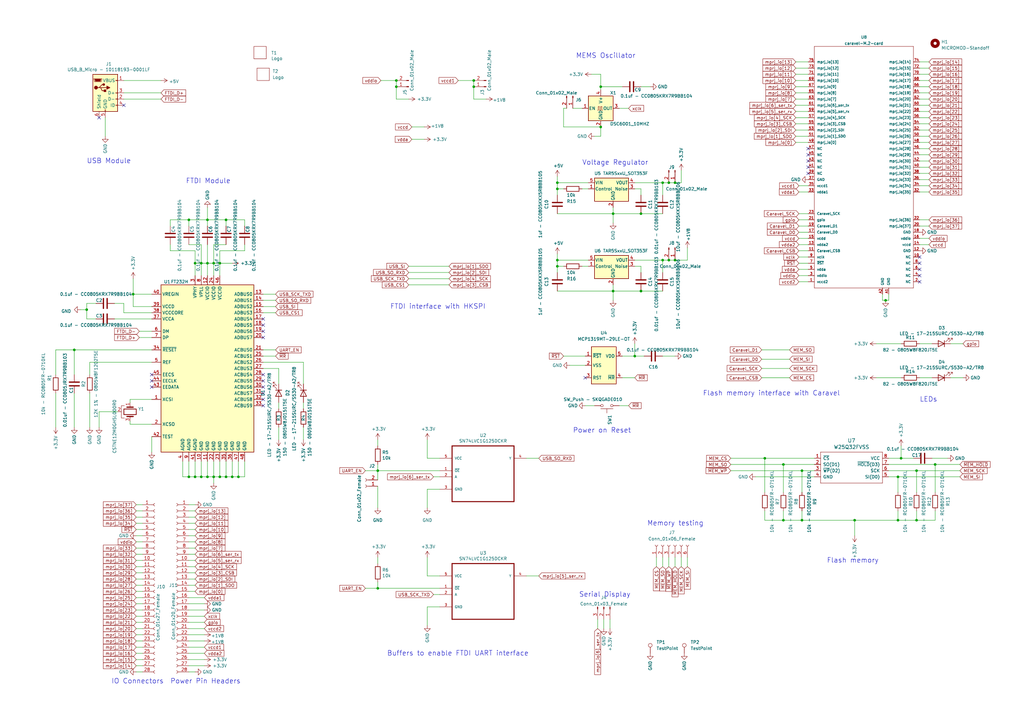
<source format=kicad_sch>
(kicad_sch (version 20231120) (generator "eeschema") (generator_version "8.0")
  (paper "A3")
  (junction (at 375.92 213.36))
  (junction (at 246.38 35.56))
  (junction (at 271.78 74.93))
  (junction (at 228.6 109.22))
  (junction (at 228.6 74.93))
  (junction (at 97.79 195.58))
  (junction (at 246.38 52.07))
  (junction (at 85.09 90.17))
  (junction (at 276.86 106.68))
  (junction (at 85.09 195.58))
  (junction (at 368.3 195.58))
  (junction (at 30.48 143.51))
  (junction (at 262.89 119.38))
  (junction (at 368.3 213.36))
  (junction (at 328.93 213.36))
  (junction (at 375.92 193.04))
  (junction (at 260.35 146.05))
  (junction (at 85.09 107.95))
  (junction (at 313.69 187.96))
  (junction (at 154.94 241.3))
  (junction (at 92.71 195.58))
  (junction (at 77.47 195.58))
  (junction (at 77.47 90.17))
  (junction (at 228.6 106.68))
  (junction (at 87.63 195.58))
  (junction (at 383.54 190.5))
  (junction (at 87.63 107.95))
  (junction (at 54.61 120.65))
  (junction (at 350.52 213.36))
  (junction (at 162.56 33.02))
  (junction (at 35.56 127))
  (junction (at 274.32 74.93))
  (junction (at 276.86 74.93))
  (junction (at 162.56 35.56))
  (junction (at 90.17 195.58))
  (junction (at 82.55 195.58))
  (junction (at 328.93 193.04))
  (junction (at 262.89 87.63))
  (junction (at 194.31 35.56))
  (junction (at 251.46 119.38))
  (junction (at 90.17 107.95))
  (junction (at 274.32 106.68))
  (junction (at 80.01 107.95))
  (junction (at 228.6 77.47))
  (junction (at 251.46 87.63))
  (junction (at 271.78 106.68))
  (junction (at 369.57 187.96))
  (junction (at 363.22 123.19))
  (junction (at 154.94 193.04))
  (junction (at 194.31 33.02))
  (junction (at 321.31 190.5))
  (junction (at 95.25 195.58))
  (junction (at 80.01 195.58))
  (junction (at 321.31 213.36))
  (junction (at 92.71 90.17))
  (junction (at 82.55 107.95))
  (no_connect (at 331.47 68.58))
  (no_connect (at 107.95 138.43))
  (no_connect (at 107.95 133.35))
  (no_connect (at 331.47 60.96))
  (no_connect (at 62.23 158.75))
  (no_connect (at 62.23 153.67))
  (no_connect (at 62.23 156.21))
  (no_connect (at 107.95 130.81))
  (no_connect (at 107.95 135.89))
  (no_connect (at 331.47 63.5))
  (no_connect (at 40.64 48.26))
  (no_connect (at 50.8 43.18))
  (no_connect (at 377.19 110.49))
  (no_connect (at 107.95 163.83))
  (no_connect (at 377.19 115.57))
  (no_connect (at 240.03 154.94))
  (no_connect (at 377.19 113.03))
  (no_connect (at 107.95 158.75))
  (no_connect (at 331.47 71.12))
  (no_connect (at 107.95 156.21))
  (no_connect (at 107.95 161.29))
  (no_connect (at 377.19 105.41))
  (no_connect (at 331.47 66.04))
  (no_connect (at 377.19 107.95))
  (no_connect (at 107.95 166.37))
  (no_connect (at 107.95 153.67))
  (wire (pts (xy 22.86 161.29) (xy 22.86 175.26)))
  (wire (pts (xy 35.56 127) (xy 35.56 124.46)))
  (wire (pts (xy 381 78.74) (xy 377.19 78.74)))
  (wire (pts (xy 194.31 33.02) (xy 194.31 35.56)))
  (wire (pts (xy 80.01 240.03) (xy 77.47 240.03)))
  (wire (pts (xy 312.42 151.13) (xy 323.85 151.13)))
  (wire (pts (xy 53.34 172.72) (xy 53.34 173.99)))
  (wire (pts (xy 54.61 120.65) (xy 62.23 120.65)))
  (wire (pts (xy 389.89 154.94) (xy 394.97 154.94)))
  (wire (pts (xy 180.34 187.96) (xy 175.26 187.96)))
  (wire (pts (xy 364.49 190.5) (xy 383.54 190.5)))
  (wire (pts (xy 55.88 252.73) (xy 58.42 252.73)))
  (wire (pts (xy 228.6 74.93) (xy 228.6 77.47)))
  (wire (pts (xy 271.78 74.93) (xy 271.78 80.01)))
  (wire (pts (xy 321.31 190.5) (xy 321.31 201.93)))
  (wire (pts (xy 30.48 143.51) (xy 62.23 143.51)))
  (wire (pts (xy 74.93 195.58) (xy 77.47 195.58)))
  (wire (pts (xy 331.47 43.18) (xy 326.39 43.18)))
  (wire (pts (xy 255.27 146.05) (xy 260.35 146.05)))
  (wire (pts (xy 251.46 116.84) (xy 251.46 119.38)))
  (wire (pts (xy 331.47 105.41) (xy 327.66 105.41)))
  (wire (pts (xy 262.89 109.22) (xy 262.89 111.76)))
  (wire (pts (xy 255.27 154.94) (xy 260.35 154.94)))
  (wire (pts (xy 58.42 237.49) (xy 55.88 237.49)))
  (wire (pts (xy 251.46 87.63) (xy 262.89 87.63)))
  (wire (pts (xy 80.01 195.58) (xy 82.55 195.58)))
  (wire (pts (xy 90.17 113.03) (xy 90.17 107.95)))
  (wire (pts (xy 194.31 40.64) (xy 199.39 40.64)))
  (wire (pts (xy 100.33 90.17) (xy 100.33 92.71)))
  (wire (pts (xy 154.94 182.88) (xy 154.94 180.34)))
  (wire (pts (xy 331.47 58.42) (xy 326.39 58.42)))
  (wire (pts (xy 90.17 107.95) (xy 90.17 102.87)))
  (wire (pts (xy 194.31 35.56) (xy 194.31 40.64)))
  (wire (pts (xy 381 90.17) (xy 377.19 90.17)))
  (wire (pts (xy 100.33 195.58) (xy 97.79 195.58)))
  (wire (pts (xy 321.31 209.55) (xy 321.31 213.36)))
  (wire (pts (xy 331.47 76.2) (xy 327.66 76.2)))
  (wire (pts (xy 238.76 109.22) (xy 241.3 109.22)))
  (wire (pts (xy 154.94 208.28) (xy 154.94 199.39)))
  (wire (pts (xy 58.42 232.41) (xy 55.88 232.41)))
  (wire (pts (xy 124.46 180.34) (xy 124.46 175.26)))
  (wire (pts (xy 228.6 74.93) (xy 241.3 74.93)))
  (wire (pts (xy 83.82 245.11) (xy 77.47 245.11)))
  (wire (pts (xy 331.47 107.95) (xy 327.66 107.95)))
  (wire (pts (xy 381 50.8) (xy 377.19 50.8)))
  (wire (pts (xy 369.57 187.96) (xy 374.65 187.96)))
  (wire (pts (xy 46.99 124.46) (xy 50.8 124.46)))
  (wire (pts (xy 238.76 77.47) (xy 241.3 77.47)))
  (wire (pts (xy 50.8 33.02) (xy 66.04 33.02)))
  (wire (pts (xy 262.89 87.63) (xy 271.78 87.63)))
  (wire (pts (xy 246.38 36.83) (xy 246.38 35.56)))
  (wire (pts (xy 58.42 247.65) (xy 55.88 247.65)))
  (wire (pts (xy 124.46 148.59) (xy 107.95 148.59)))
  (wire (pts (xy 313.69 187.96) (xy 313.69 201.93)))
  (wire (pts (xy 260.35 109.22) (xy 262.89 109.22)))
  (wire (pts (xy 331.47 55.88) (xy 326.39 55.88)))
  (wire (pts (xy 389.89 140.97) (xy 394.97 140.97)))
  (wire (pts (xy 80.01 102.87) (xy 69.85 102.87)))
  (wire (pts (xy 92.71 90.17) (xy 92.71 92.71)))
  (wire (pts (xy 80.01 214.63) (xy 77.47 214.63)))
  (wire (pts (xy 331.47 110.49) (xy 327.66 110.49)))
  (wire (pts (xy 92.71 189.23) (xy 92.71 195.58)))
  (wire (pts (xy 271.78 228.6) (xy 271.78 232.41)))
  (wire (pts (xy 381 63.5) (xy 377.19 63.5)))
  (wire (pts (xy 83.82 252.73) (xy 77.47 252.73)))
  (wire (pts (xy 85.09 195.58) (xy 87.63 195.58)))
  (wire (pts (xy 228.6 77.47) (xy 231.14 77.47)))
  (wire (pts (xy 381 68.58) (xy 377.19 68.58)))
  (wire (pts (xy 55.88 270.51) (xy 58.42 270.51)))
  (wire (pts (xy 251.46 87.63) (xy 251.46 91.44)))
  (wire (pts (xy 95.25 195.58) (xy 92.71 195.58)))
  (wire (pts (xy 87.63 100.33) (xy 92.71 100.33)))
  (wire (pts (xy 58.42 227.33) (xy 55.88 227.33)))
  (wire (pts (xy 175.26 256.54) (xy 175.26 248.92)))
  (wire (pts (xy 82.55 100.33) (xy 77.47 100.33)))
  (wire (pts (xy 168.91 52.07) (xy 173.99 52.07)))
  (wire (pts (xy 40.64 168.91) (xy 48.26 168.91)))
  (wire (pts (xy 299.72 187.96) (xy 313.69 187.96)))
  (wire (pts (xy 246.38 35.56) (xy 246.38 30.48)))
  (wire (pts (xy 383.54 213.36) (xy 383.54 209.55)))
  (wire (pts (xy 234.95 44.45) (xy 238.76 44.45)))
  (wire (pts (xy 30.48 161.29) (xy 30.48 175.26)))
  (wire (pts (xy 80.01 237.49) (xy 77.47 237.49)))
  (wire (pts (xy 271.78 146.05) (xy 276.86 146.05)))
  (wire (pts (xy 167.64 111.76) (xy 184.15 111.76)))
  (wire (pts (xy 90.17 102.87) (xy 100.33 102.87)))
  (wire (pts (xy 50.8 128.27) (xy 62.23 128.27)))
  (wire (pts (xy 77.47 262.89) (xy 83.82 262.89)))
  (wire (pts (xy 175.26 180.34) (xy 175.26 187.96)))
  (wire (pts (xy 175.26 200.66) (xy 180.34 200.66)))
  (wire (pts (xy 58.42 242.57) (xy 55.88 242.57)))
  (wire (pts (xy 274.32 228.6) (xy 274.32 232.41)))
  (wire (pts (xy 80.01 217.17) (xy 77.47 217.17)))
  (wire (pts (xy 58.42 217.17) (xy 55.88 217.17)))
  (wire (pts (xy 381 33.02) (xy 377.19 33.02)))
  (wire (pts (xy 381 45.72) (xy 377.19 45.72)))
  (wire (pts (xy 77.47 265.43) (xy 83.82 265.43)))
  (wire (pts (xy 85.09 107.95) (xy 85.09 100.33)))
  (wire (pts (xy 83.82 273.05) (xy 77.47 273.05)))
  (wire (pts (xy 274.32 106.68) (xy 276.86 106.68)))
  (wire (pts (xy 383.54 190.5) (xy 393.7 190.5)))
  (wire (pts (xy 369.57 182.88) (xy 369.57 187.96)))
  (wire (pts (xy 331.47 92.71) (xy 327.66 92.71)))
  (wire (pts (xy 331.47 38.1) (xy 326.39 38.1)))
  (wire (pts (xy 180.34 236.22) (xy 175.26 236.22)))
  (wire (pts (xy 381 76.2) (xy 377.19 76.2)))
  (wire (pts (xy 312.42 154.94) (xy 323.85 154.94)))
  (wire (pts (xy 100.33 102.87) (xy 100.33 100.33)))
  (wire (pts (xy 55.88 262.89) (xy 58.42 262.89)))
  (wire (pts (xy 368.3 213.36) (xy 375.92 213.36)))
  (wire (pts (xy 246.38 30.48) (xy 242.57 30.48)))
  (wire (pts (xy 80.01 209.55) (xy 77.47 209.55)))
  (wire (pts (xy 77.47 260.35) (xy 83.82 260.35)))
  (wire (pts (xy 233.68 149.86) (xy 240.03 149.86)))
  (wire (pts (xy 313.69 213.36) (xy 321.31 213.36)))
  (wire (pts (xy 180.34 241.3) (xy 154.94 241.3)))
  (wire (pts (xy 177.8 195.58) (xy 180.34 195.58)))
  (wire (pts (xy 69.85 102.87) (xy 69.85 100.33)))
  (wire (pts (xy 154.94 196.85) (xy 154.94 193.04)))
  (wire (pts (xy 228.6 77.47) (xy 228.6 80.01)))
  (wire (pts (xy 83.82 250.19) (xy 77.47 250.19)))
  (wire (pts (xy 58.42 250.19) (xy 55.88 250.19)))
  (wire (pts (xy 381 73.66) (xy 377.19 73.66)))
  (wire (pts (xy 231.14 44.45) (xy 232.41 44.45)))
  (wire (pts (xy 154.94 193.04) (xy 149.86 193.04)))
  (wire (pts (xy 331.47 102.87) (xy 327.66 102.87)))
  (wire (pts (xy 82.55 189.23) (xy 82.55 195.58)))
  (wire (pts (xy 85.09 113.03) (xy 85.09 107.95)))
  (wire (pts (xy 271.78 106.68) (xy 271.78 111.76)))
  (wire (pts (xy 381 25.4) (xy 377.19 25.4)))
  (wire (pts (xy 114.3 167.64) (xy 114.3 165.1)))
  (wire (pts (xy 375.92 193.04) (xy 393.7 193.04)))
  (wire (pts (xy 162.56 40.64) (xy 167.64 40.64)))
  (wire (pts (xy 313.69 213.36) (xy 313.69 209.55)))
  (wire (pts (xy 383.54 190.5) (xy 383.54 201.93)))
  (wire (pts (xy 254 166.37) (xy 257.81 166.37)))
  (wire (pts (xy 62.23 185.42) (xy 62.23 179.07)))
  (wire (pts (xy 80.01 224.79) (xy 77.47 224.79)))
  (wire (pts (xy 331.47 90.17) (xy 327.66 90.17)))
  (wire (pts (xy 80.01 212.09) (xy 77.47 212.09)))
  (wire (pts (xy 381 97.79) (xy 377.19 97.79)))
  (wire (pts (xy 231.14 146.05) (xy 240.03 146.05)))
  (wire (pts (xy 83.82 255.27) (xy 77.47 255.27)))
  (wire (pts (xy 381 48.26) (xy 377.19 48.26)))
  (wire (pts (xy 331.47 115.57) (xy 327.66 115.57)))
  (wire (pts (xy 331.47 25.4) (xy 326.39 25.4)))
  (wire (pts (xy 276.86 228.6) (xy 276.86 232.41)))
  (wire (pts (xy 177.8 243.84) (xy 180.34 243.84)))
  (wire (pts (xy 381 71.12) (xy 377.19 71.12)))
  (wire (pts (xy 260.35 146.05) (xy 260.35 140.97)))
  (wire (pts (xy 187.96 33.02) (xy 194.31 33.02)))
  (wire (pts (xy 260.35 146.05) (xy 264.16 146.05)))
  (wire (pts (xy 77.47 207.01) (xy 80.01 207.01)))
  (wire (pts (xy 97.79 195.58) (xy 95.25 195.58)))
  (wire (pts (xy 55.88 257.81) (xy 58.42 257.81)))
  (wire (pts (xy 276.86 74.93) (xy 279.4 74.93)))
  (wire (pts (xy 55.88 267.97) (xy 58.42 267.97)))
  (wire (pts (xy 215.9 236.22) (xy 220.98 236.22)))
  (wire (pts (xy 364.49 120.65) (xy 364.49 123.19)))
  (wire (pts (xy 62.23 130.81) (xy 46.99 130.81)))
  (wire (pts (xy 124.46 148.59) (xy 124.46 157.48)))
  (wire (pts (xy 54.61 114.3) (xy 54.61 120.65)))
  (wire (pts (xy 87.63 113.03) (xy 87.63 107.95)))
  (wire (pts (xy 90.17 195.58) (xy 87.63 195.58)))
  (wire (pts (xy 124.46 167.64) (xy 124.46 165.1)))
  (wire (pts (xy 269.24 228.6) (xy 269.24 232.41)))
  (wire (pts (xy 77.47 90.17) (xy 85.09 90.17)))
  (wire (pts (xy 58.42 219.71) (xy 55.88 219.71)))
  (wire (pts (xy 228.6 106.68) (xy 241.3 106.68)))
  (wire (pts (xy 251.46 119.38) (xy 251.46 123.19)))
  (wire (pts (xy 83.82 247.65) (xy 77.47 247.65)))
  (wire (pts (xy 312.42 143.51) (xy 323.85 143.51)))
  (wire (pts (xy 331.47 48.26) (xy 326.39 48.26)))
  (wire (pts (xy 350.52 219.71) (xy 350.52 213.36)))
  (wire (pts (xy 215.9 187.96) (xy 220.98 187.96)))
  (wire (pts (xy 35.56 130.81) (xy 39.37 130.81)))
  (wire (pts (xy 381 60.96) (xy 377.19 60.96)))
  (wire (pts (xy 85.09 107.95) (xy 87.63 107.95)))
  (wire (pts (xy 58.42 224.79) (xy 55.88 224.79)))
  (wire (pts (xy 262.89 77.47) (xy 262.89 80.01)))
  (wire (pts (xy 77.47 90.17) (xy 69.85 90.17)))
  (wire (pts (xy 228.6 106.68) (xy 228.6 109.22)))
  (wire (pts (xy 92.71 90.17) (xy 100.33 90.17)))
  (wire (pts (xy 381 66.04) (xy 377.19 66.04)))
  (wire (pts (xy 77.47 270.51) (xy 83.82 270.51)))
  (wire (pts (xy 82.55 195.58) (xy 85.09 195.58)))
  (wire (pts (xy 331.47 87.63) (xy 327.66 87.63)))
  (wire (pts (xy 381 58.42) (xy 377.19 58.42)))
  (wire (pts (xy 82.55 107.95) (xy 85.09 107.95)))
  (wire (pts (xy 368.3 195.58) (xy 393.7 195.58)))
  (wire (pts (xy 246.38 55.88) (xy 246.38 52.07)))
  (wire (pts (xy 55.88 273.05) (xy 58.42 273.05)))
  (wire (pts (xy 279.4 69.85) (xy 279.4 74.93)))
  (wire (pts (xy 77.47 257.81) (xy 83.82 257.81)))
  (wire (pts (xy 85.09 90.17) (xy 92.71 90.17)))
  (wire (pts (xy 36.83 153.67) (xy 36.83 148.59)))
  (wire (pts (xy 80.01 222.25) (xy 77.47 222.25)))
  (wire (pts (xy 260.35 74.93) (xy 271.78 74.93)))
  (wire (pts (xy 80.01 189.23) (xy 80.01 195.58)))
  (wire (pts (xy 228.6 109.22) (xy 231.14 109.22)))
  (wire (pts (xy 114.3 180.34) (xy 114.3 175.26)))
  (wire (pts (xy 167.64 109.22) (xy 184.15 109.22)))
  (wire (pts (xy 331.47 95.25) (xy 327.66 95.25)))
  (wire (pts (xy 175.26 208.28) (xy 175.26 200.66)))
  (wire (pts (xy 58.42 245.11) (xy 55.88 245.11)))
  (wire (pts (xy 328.93 213.36) (xy 350.52 213.36)))
  (wire (pts (xy 162.56 33.02) (xy 162.56 35.56)))
  (wire (pts (xy 328.93 193.04) (xy 328.93 201.93)))
  (wire (pts (xy 58.42 209.55) (xy 55.88 209.55)))
  (wire (pts (xy 36.83 161.29) (xy 36.83 175.26)))
  (wire (pts (xy 331.47 100.33) (xy 327.66 100.33)))
  (wire (pts (xy 331.47 33.02) (xy 326.39 33.02)))
  (wire (pts (xy 58.42 275.59) (xy 55.88 275.59)))
  (wire (pts (xy 231.14 44.45) (xy 231.14 52.07)))
  (wire (pts (xy 80.01 227.33) (xy 77.47 227.33)))
  (wire (pts (xy 87.63 107.95) (xy 90.17 107.95)))
  (wire (pts (xy 58.42 229.87) (xy 55.88 229.87)))
  (wire (pts (xy 30.48 153.67) (xy 30.48 143.51)))
  (wire (pts (xy 54.61 125.73) (xy 62.23 125.73)))
  (wire (pts (xy 274.32 74.93) (xy 276.86 74.93)))
  (wire (pts (xy 331.47 97.79) (xy 327.66 97.79)))
  (wire (pts (xy 381 38.1) (xy 377.19 38.1)))
  (wire (pts (xy 85.09 92.71) (xy 85.09 90.17)))
  (wire (pts (xy 80.01 242.57) (xy 77.47 242.57)))
  (wire (pts (xy 55.88 265.43) (xy 58.42 265.43)))
  (wire (pts (xy 90.17 107.95) (xy 95.25 107.95)))
  (wire (pts (xy 80.01 107.95) (xy 82.55 107.95)))
  (wire (pts (xy 154.94 241.3) (xy 149.86 241.3)))
  (wire (pts (xy 364.49 123.19) (xy 363.22 123.19)))
  (wire (pts (xy 228.6 72.39) (xy 228.6 74.93)))
  (wire (pts (xy 381 35.56) (xy 377.19 35.56)))
  (wire (pts (xy 36.83 148.59) (xy 62.23 148.59)))
  (wire (pts (xy 43.18 48.26) (xy 43.18 55.88)))
  (wire (pts (xy 313.69 187.96) (xy 334.01 187.96)))
  (wire (pts (xy 381 100.33) (xy 377.19 100.33)))
  (wire (pts (xy 154.94 190.5) (xy 154.94 193.04)))
  (wire (pts (xy 331.47 30.48) (xy 326.39 30.48)))
  (wire (pts (xy 247.65 254) (xy 247.65 257.81)))
  (wire (pts (xy 262.89 35.56) (xy 266.7 35.56)))
  (wire (pts (xy 368.3 195.58) (xy 368.3 201.93)))
  (wire (pts (xy 243.84 55.88) (xy 246.38 55.88)))
  (wire (pts (xy 35.56 124.46) (xy 39.37 124.46)))
  (wire (pts (xy 77.47 275.59) (xy 80.01 275.59)))
  (wire (pts (xy 82.55 107.95) (xy 82.55 100.33)))
  (wire (pts (xy 364.49 193.04) (xy 375.92 193.04)))
  (wire (pts (xy 82.55 113.03) (xy 82.55 107.95)))
  (wire (pts (xy 87.63 189.23) (xy 87.63 195.58)))
  (wire (pts (xy 240.03 166.37) (xy 243.84 166.37)))
  (wire (pts (xy 57.15 135.89) (xy 62.23 135.89)))
  (wire (pts (xy 107.95 143.51) (xy 113.03 143.51)))
  (wire (pts (xy 90.17 189.23) (xy 90.17 195.58)))
  (wire (pts (xy 331.47 35.56) (xy 326.39 35.56)))
  (wire (pts (xy 175.26 248.92) (xy 180.34 248.92)))
  (wire (pts (xy 281.94 101.6) (xy 281.94 106.68)))
  (wire (pts (xy 245.11 254) (xy 245.11 257.81)))
  (wire (pts (xy 58.42 222.25) (xy 55.88 222.25)))
  (wire (pts (xy 80.01 229.87) (xy 77.47 229.87)))
  (wire (pts (xy 271.78 74.93) (xy 274.32 74.93)))
  (wire (pts (xy 363.22 123.19) (xy 361.95 123.19)))
  (wire (pts (xy 33.02 127) (xy 35.56 127)))
  (wire (pts (xy 361.95 123.19) (xy 361.95 120.65)))
  (wire (pts (xy 107.95 128.27) (xy 113.03 128.27)))
  (wire (pts (xy 381 92.71) (xy 377.19 92.71)))
  (wire (pts (xy 77.47 267.97) (xy 83.82 267.97)))
  (wire (pts (xy 107.95 125.73) (xy 113.03 125.73)))
  (wire (pts (xy 80.01 232.41) (xy 77.47 232.41)))
  (wire (pts (xy 53.34 173.99) (xy 62.23 173.99)))
  (wire (pts (xy 58.42 212.09) (xy 55.88 212.09)))
  (wire (pts (xy 77.47 189.23) (xy 77.47 195.58)))
  (wire (pts (xy 350.52 213.36) (xy 368.3 213.36)))
  (wire (pts (xy 250.19 254) (xy 250.19 257.81)))
  (wire (pts (xy 50.8 40.64) (xy 66.04 40.64)))
  (wire (pts (xy 77.47 195.58) (xy 80.01 195.58)))
  (wire (pts (xy 156.21 33.02) (xy 162.56 33.02)))
  (wire (pts (xy 54.61 120.65) (xy 54.61 125.73)))
  (wire (pts (xy 381 27.94) (xy 377.19 27.94)))
  (wire (pts (xy 53.34 165.1) (xy 53.34 163.83)))
  (wire (pts (xy 100.33 189.23) (xy 100.33 195.58)))
  (wire (pts (xy 22.86 153.67) (xy 22.86 143.51)))
  (wire (pts (xy 381 40.64) (xy 377.19 40.64)))
  (wire (pts (xy 228.6 87.63) (xy 251.46 87.63)))
  (wire (pts (xy 281.94 228.6) (xy 281.94 232.41)))
  (wire (pts (xy 22.86 143.51) (xy 30.48 143.51)))
  (wire (pts (xy 382.27 187.96) (xy 388.62 187.96)))
  (wire (pts (xy 50.8 124.46) (xy 50.8 128.27)))
  (wire (pts (xy 85.09 90.17) (xy 85.09 85.09)))
  (wire (pts (xy 279.4 228.6) (xy 279.4 232.41)))
  (wire (pts (xy 55.88 260.35) (xy 58.42 260.35)))
  (wire (pts (xy 321.31 190.5) (xy 334.01 190.5)))
  (wire (pts (xy 114.3 151.13) (xy 114.3 157.48)))
  (wire (pts (xy 107.95 146.05) (xy 113.03 146.05)))
  (wire (pts (xy 359.41 154.94) (xy 369.57 154.94)))
  (wire (pts (xy 375.92 213.36) (xy 383.54 213.36)))
  (wire (pts (xy 175.26 228.6) (xy 175.26 236.22)))
  (wire (pts (xy 331.47 40.64) (xy 326.39 40.64)))
  (wire (pts (xy 246.38 35.56) (xy 255.27 35.56)))
  (wire (pts (xy 107.95 123.19) (xy 113.03 123.19)))
  (wire (pts (xy 309.88 195.58) (xy 334.01 195.58)))
  (wire (pts (xy 251.46 119.38) (xy 262.89 119.38)))
  (wire (pts (xy 80.01 219.71) (xy 77.47 219.71)))
  (wire (pts (xy 58.42 207.01) (xy 55.88 207.01)))
  (wire (pts (xy 92.71 195.58) (xy 90.17 195.58)))
  (wire (pts (xy 231.14 52.07) (xy 246.38 52.07)))
  (wire (pts (xy 87.63 198.12) (xy 87.63 195.58)))
  (wire (pts (xy 260.35 77.47) (xy 262.89 77.47)))
  (wire (pts (xy 35.56 127) (xy 35.56 130.81)))
  (wire (pts (xy 228.6 111.76) (xy 228.6 109.22)))
  (wire (pts (xy 328.93 193.04) (xy 334.01 193.04)))
  (wire (pts (xy 228.6 119.38) (xy 251.46 119.38)))
  (wire (pts (xy 331.47 45.72) (xy 326.39 45.72)))
  (wire (pts (xy 168.91 57.15) (xy 173.99 57.15)))
  (wire (pts (xy 381 30.48) (xy 377.19 30.48)))
  (wire (pts (xy 251.46 85.09) (xy 251.46 87.63)))
  (wire (pts (xy 331.47 53.34) (xy 326.39 53.34)))
  (wire (pts (xy 375.92 209.55) (xy 375.92 213.36)))
  (wire (pts (xy 154.94 238.76) (xy 154.94 241.3)))
  (wire (pts (xy 276.86 106.68) (xy 281.94 106.68)))
  (wire (pts (xy 381 53.34) (xy 377.19 53.34)))
  (wire (pts (xy 299.72 193.04) (xy 328.93 193.04)))
  (wire (pts (xy 87.63 107.95) (xy 87.63 100.33)))
  (wire (pts (xy 331.47 27.94) (xy 326.39 27.94)))
  (wire (pts (xy 58.42 214.63) (xy 55.88 214.63)))
  (wire (pts (xy 228.6 104.14) (xy 228.6 106.68)))
  (wire (pts (xy 154.94 231.14) (xy 154.94 228.6)))
  (wire (pts (xy 364.49 195.58) (xy 368.3 195.58)))
  (wire (pts (xy 74.93 189.23) (xy 74.93 195.58)))
  (wire (pts (xy 80.01 107.95) (xy 80.01 113.03)))
  (wire (pts (xy 180.34 193.04) (xy 154.94 193.04)))
  (wire (pts (xy 262.89 119.38) (xy 271.78 119.38)))
  (wire (pts (xy 50.8 38.1) (xy 66.04 38.1)))
  (wire (pts (xy 377.19 140.97) (xy 382.27 140.97)))
  (wire (pts (xy 359.41 140.97) (xy 369.57 140.97)))
  (wire (pts (xy 85.09 189.23) (xy 85.09 195.58)))
  (wire (pts (xy 95.25 189.23) (xy 95.25 195.58)))
  (wire (pts (xy 312.42 147.32) (xy 323.85 147.32)))
  (wire (pts (xy 271.78 106.68) (xy 274.32 106.68)))
  (wire (pts (xy 53.34 163.83) (xy 62.23 163.83)))
  (wire (pts (xy 260.35 106.68) (xy 271.78 106.68)))
  (wire (pts (xy 377.19 154.94) (xy 382.27 154.94)))
  (wire (pts (xy 58.42 240.03) (xy 55.88 240.03)))
  (wire (pts (xy 40.64 175.26) (xy 40.64 168.91)))
  (wire (pts (xy 184.15 114.3) (xy 167.64 114.3)))
  (wire (pts (xy 331.47 113.03) (xy 327.66 113.03)))
  (wire (pts (xy 381 55.88) (xy 377.19 55.88)))
  (wire (pts (xy 381 43.18) (xy 377.19 43.18)))
  (wire (pts (xy 331.47 50.8) (xy 326.39 50.8)))
  (wire (pts (xy 299.72 190.5) (xy 321.31 190.5)))
  (wire (pts (xy 375.92 193.04) (xy 375.92 201.93)))
  (wire (pts (xy 331.47 78.74) (xy 327.66 78.74)))
  (wire (pts (xy 69.85 90.17) (xy 69.85 92.71)))
  (wire (pts (xy 77.47 92.71) (xy 77.47 90.17)))
  (wire (pts (xy 58.42 234.95) (xy 55.88 234.95)))
  (wire (pts (xy 107.95 120.65) (xy 113.03 120.65)))
  (wire (pts (xy 167.64 116.84) (xy 184.15 116.84)))
  (wire (pts (xy 80.01 234.95) (xy 77.47 234.95)))
  (wire (pts (xy 57.15 138.43) (xy 62.23 138.43)))
  (wire (pts (xy 97.79 189.23) (xy 97.79 195.58)))
  (wire (pts (xy 162.56 35.56) (xy 162.56 40.64)))
  (wire (pts (xy 80.01 102.87) (xy 80.01 107.95)))
  (wire (pts (xy 321.31 213.36) (xy 328.93 213.36)))
  (wire (pts (xy 368.3 209.55) (xy 368.3 213.36)))
  (wire (pts (xy 364.49 187.96) (xy 369.57 187.96)))
  (wire (pts (xy 55.88 255.27) (xy 58.42 255.27)))
  (wire (pts (xy 328.93 209.55) (xy 328.93 213.36)))
  (wire (pts (xy 254 44.45) (xy 257.81 44.45)))
  (wire (pts (xy 114.3 151.13) (xy 107.95 151.13)))
  (text "Serial Display" (at 237.49 245.11 0) (effects (font (size 2 2)) (justify left bottom)))
  (text "Flash memory interface with Caravel\n" (at 288.29 162.56 0) (effects (font (size 2 2)) (justify left bottom)))
  (text "Power on Reset" (at 234.95 177.8 0) (effects (font (size 2 2)) (justify left bottom)))
  (text "Flash memory" (at 339.09 231.14 0) (effects (font (size 2 2)) (justify left bottom)))
  (text "Memory testing" (at 265.43 215.9 0) (effects (font (size 2 2)) (justify left bottom)))
  (text "FTDI interface with HKSPI\n" (at 160.02 127 0) (effects (font (size 2 2)) (justify left bottom)))
  (text "Power Pin Headers" (at 69.85 280.67 0) (effects (font (size 2 2)) (justify left bottom)))
  (text "LEDs" (at 377.19 165.1 0) (effects (font (size 2 2)) (justify left bottom)))
  (text "Voltage Regulator\n" (at 238.76 67.945 0) (effects (font (size 2 2)) (justify left bottom)))
  (text "IO Connectors\n" (at 45.72 280.67 0) (effects (font (size 2 2)) (justify left bottom)))
  (text "FTDI Module\n\n" (at 76.2 78.74 0) (effects (font (size 2 2)) (justify left bottom)))
  (text "USB Module\n" (at 35.56 67.31 0) (effects (font (size 2 2)) (justify left bottom)))
  (text "MEMS Oscillator" (at 236.22 24.13 0) (effects (font (size 2 2)) (justify left bottom)))
  (text "Buffers to enable FTDI UART interface" (at 158.75 269.24 0) (effects (font (size 2 2)) (justify left bottom)))
  (global_label "mprj_io[18]" (shape input) (at 381 35.56 0) (property "Intersheetrefs" "${INTERSHEET_REFS}" (effects (hide yes))))
  (global_label "Caravel_D0" (shape input) (at 327.66 95.25 180) (property "Intersheetrefs" "${INTERSHEET_REFS}" (effects (hide yes))))
  (global_label "mprj_io[9]" (shape input) (at 326.39 35.56 180) (property "Intersheetrefs" "${INTERSHEET_REFS}" (effects (hide yes))))
  (global_label "mprj_io[36]" (shape input) (at 381 90.17 0) (property "Intersheetrefs" "${INTERSHEET_REFS}" (effects (hide yes))))
  (global_label "mprj_io[9]" (shape input) (at 80.01 219.71 0) (property "Intersheetrefs" "${INTERSHEET_REFS}" (effects (hide yes))))
  (global_label "xclk" (shape input) (at 83.82 252.73 0) (property "Intersheetrefs" "${INTERSHEET_REFS}" (effects (hide yes))))
  (global_label "MEM_SCK" (shape input) (at 323.85 151.13 0) (property "Intersheetrefs" "${INTERSHEET_REFS}" (effects (hide yes))))
  (global_label "mprj_io[3]_CSB" (shape input) (at 184.15 116.84 0) (property "Intersheetrefs" "${INTERSHEET_REFS}" (effects (hide yes))))
  (global_label "MEM_SI" (shape input) (at 281.94 232.41 270) (property "Intersheetrefs" "${INTERSHEET_REFS}" (effects (hide yes))))
  (global_label "mprj_io[2]_SDI" (shape input) (at 80.01 237.49 0) (property "Intersheetrefs" "${INTERSHEET_REFS}" (effects (hide yes))))
  (global_label "~{MEM_WP}" (shape input) (at 274.32 232.41 270) (property "Intersheetrefs" "${INTERSHEET_REFS}" (effects (hide yes))))
  (global_label "USB_CS1" (shape input) (at 167.64 116.84 180) (property "Intersheetrefs" "${INTERSHEET_REFS}" (effects (hide yes))))
  (global_label "UART_EN" (shape input) (at 149.86 193.04 180) (property "Intersheetrefs" "${INTERSHEET_REFS}" (effects (hide yes))))
  (global_label "mprj_io[33]" (shape input) (at 55.88 224.79 180) (property "Intersheetrefs" "${INTERSHEET_REFS}" (effects (hide yes))))
  (global_label "mprj_io[22]" (shape input) (at 381 45.72 0) (property "Intersheetrefs" "${INTERSHEET_REFS}" (effects (hide yes))))
  (global_label "mprj_io[35]" (shape input) (at 381 78.74 0) (property "Intersheetrefs" "${INTERSHEET_REFS}" (effects (hide yes))))
  (global_label "MEM_SCK" (shape input) (at 393.7 193.04 0) (property "Intersheetrefs" "${INTERSHEET_REFS}" (effects (hide yes))))
  (global_label "mprj_io[29]" (shape input) (at 55.88 234.95 180) (property "Intersheetrefs" "${INTERSHEET_REFS}" (effects (hide yes))))
  (global_label "vdda1" (shape input) (at 83.82 245.11 0) (property "Intersheetrefs" "${INTERSHEET_REFS}" (effects (hide yes))))
  (global_label "gpio" (shape input) (at 83.82 255.27 0) (property "Intersheetrefs" "${INTERSHEET_REFS}" (effects (hide yes))))
  (global_label "vddio" (shape input) (at 381 97.79 0) (property "Intersheetrefs" "${INTERSHEET_REFS}" (effects (hide yes))))
  (global_label "~{MR}" (shape input) (at 257.81 166.37 0) (property "Intersheetrefs" "${INTERSHEET_REFS}" (effects (hide yes))))
  (global_label "mprj_io[0]" (shape input) (at 80.01 242.57 0) (property "Intersheetrefs" "${INTERSHEET_REFS}" (effects (hide yes))))
  (global_label "vccd2" (shape input) (at 327.66 115.57 180) (property "Intersheetrefs" "${INTERSHEET_REFS}" (effects (hide yes))))
  (global_label "vccd1" (shape input) (at 187.96 33.02 180) (property "Intersheetrefs" "${INTERSHEET_REFS}" (effects (hide yes))))
  (global_label "mprj_io[16]" (shape input) (at 55.88 267.97 180) (property "Intersheetrefs" "${INTERSHEET_REFS}" (effects (hide yes))))
  (global_label "mprj_io[10]" (shape input) (at 80.01 217.17 0) (property "Intersheetrefs" "${INTERSHEET_REFS}" (effects (hide yes))))
  (global_label "USB_SI" (shape input) (at 113.03 125.73 0) (property "Intersheetrefs" "${INTERSHEET_REFS}" (effects (hide yes))))
  (global_label "mprj_io[32]" (shape input) (at 55.88 227.33 180) (property "Intersheetrefs" "${INTERSHEET_REFS}" (effects (hide yes))))
  (global_label "mprj_io[37]" (shape input) (at 55.88 207.01 180) (property "Intersheetrefs" "${INTERSHEET_REFS}" (effects (hide yes))))
  (global_label "mprj_io[19]" (shape input) (at 381 38.1 0) (property "Intersheetrefs" "${INTERSHEET_REFS}" (effects (hide yes))))
  (global_label "MEM_SO" (shape input) (at 299.72 190.5 180) (property "Intersheetrefs" "${INTERSHEET_REFS}" (effects (hide yes))))
  (global_label "FTDI_D+" (shape input) (at 66.04 38.1 0) (property "Intersheetrefs" "${INTERSHEET_REFS}" (effects (hide yes))))
  (global_label "mprj_io[17]" (shape input) (at 381 33.02 0) (property "Intersheetrefs" "${INTERSHEET_REFS}" (effects (hide yes))))
  (global_label "mprj_io[8]" (shape input) (at 80.01 222.25 0) (property "Intersheetrefs" "${INTERSHEET_REFS}" (effects (hide yes))))
  (global_label "mprj_io[11]" (shape input) (at 326.39 30.48 180) (property "Intersheetrefs" "${INTERSHEET_REFS}" (effects (hide yes))))
  (global_label "vddio" (shape input) (at 55.88 222.25 180) (property "Intersheetrefs" "${INTERSHEET_REFS}" (effects (hide yes))))
  (global_label "mprj_io[2]_SDI" (shape input) (at 326.39 53.34 180) (property "Intersheetrefs" "${INTERSHEET_REFS}" (effects (hide yes))))
  (global_label "mprj_io[6]_ser_tx" (shape input) (at 326.39 43.18 180) (property "Intersheetrefs" "${INTERSHEET_REFS}" (effects (hide yes))))
  (global_label "mprj_io[4]_SCK" (shape input) (at 184.15 114.3 0) (property "Intersheetrefs" "${INTERSHEET_REFS}" (effects (hide yes))))
  (global_label "mprj_io[33]" (shape input) (at 381 73.66 0) (property "Intersheetrefs" "${INTERSHEET_REFS}" (effects (hide yes))))
  (global_label "mprj_io[10]" (shape input) (at 326.39 33.02 180) (property "Intersheetrefs" "${INTERSHEET_REFS}" (effects (hide yes))))
  (global_label "USB_SO_RXD" (shape input) (at 113.03 123.19 0) (property "Intersheetrefs" "${INTERSHEET_REFS}" (effects (hide yes))))
  (global_label "~{RST}" (shape input) (at 55.88 217.17 180) (property "Intersheetrefs" "${INTERSHEET_REFS}" (effects (hide yes))))
  (global_label "mprj_io[13]" (shape input) (at 80.01 209.55 0) (property "Intersheetrefs" "${INTERSHEET_REFS}" (effects (hide yes))))
  (global_label "mprj_io[7]" (shape input) (at 326.39 40.64 180) (property "Intersheetrefs" "${INTERSHEET_REFS}" (effects (hide yes))))
  (global_label "UART_EN" (shape input) (at 149.86 241.3 180) (property "Intersheetrefs" "${INTERSHEET_REFS}" (effects (hide yes))))
  (global_label "~{MR}" (shape input) (at 260.35 154.94 0) (property "Intersheetrefs" "${INTERSHEET_REFS}" (effects (hide yes))))
  (global_label "mprj_io[31]" (shape input) (at 55.88 229.87 180) (property "Intersheetrefs" "${INTERSHEET_REFS}" (effects (hide yes))))
  (global_label "gpio" (shape input) (at 394.97 140.97 0) (property "Intersheetrefs" "${INTERSHEET_REFS}" (effects (hide yes))))
  (global_label "mprj_io[23]" (shape input) (at 381 48.26 0) (property "Intersheetrefs" "${INTERSHEET_REFS}" (effects (hide yes))))
  (global_label "mprj_io[11]" (shape input) (at 80.01 214.63 0) (property "Intersheetrefs" "${INTERSHEET_REFS}" (effects (hide yes))))
  (global_label "vccd" (shape input) (at 381 100.33 0) (property "Intersheetrefs" "${INTERSHEET_REFS}" (effects (hide yes))))
  (global_label "vccd" (shape input) (at 168.91 52.07 180) (property "Intersheetrefs" "${INTERSHEET_REFS}" (effects (hide yes))))
  (global_label "USB_SCK_TXD" (shape input) (at 167.64 114.3 180) (property "Intersheetrefs" "${INTERSHEET_REFS}" (effects (hide yes))))
  (global_label "mprj_io[20]" (shape input) (at 55.88 257.81 180) (property "Intersheetrefs" "${INTERSHEET_REFS}" (effects (hide yes))))
  (global_label "Caravel_SCK" (shape input) (at 327.66 87.63 180) (property "Intersheetrefs" "${INTERSHEET_REFS}" (effects (hide yes))))
  (global_label "UART_EN" (shape input) (at 113.03 143.51 0) (property "Intersheetrefs" "${INTERSHEET_REFS}" (effects (hide yes))))
  (global_label "vddio" (shape input) (at 156.21 33.02 180) (property "Intersheetrefs" "${INTERSHEET_REFS}" (effects (hide yes))))
  (global_label "vccd2" (shape input) (at 83.82 257.81 0) (property "Intersheetrefs" "${INTERSHEET_REFS}" (effects (hide yes))))
  (global_label "mprj_io[12]" (shape input) (at 326.39 27.94 180) (property "Intersheetrefs" "${INTERSHEET_REFS}" (effects (hide yes))))
  (global_label "mprj_io[0]" (shape input) (at 326.39 58.42 180) (property "Intersheetrefs" "${INTERSHEET_REFS}" (effects (hide yes))))
  (global_label "mprj_io[5]_ser_rx" (shape input) (at 220.98 236.22 0) (property "Intersheetrefs" "${INTERSHEET_REFS}" (effects (hide yes))))
  (global_label "mprj_io[31]" (shape input) (at 381 68.58 0) (property "Intersheetrefs" "${INTERSHEET_REFS}" (effects (hide yes))))
  (global_label "mprj_io[37]" (shape input) (at 381 92.71 0) (property "Intersheetrefs" "${INTERSHEET_REFS}" (effects (hide yes))))
  (global_label "mprj_io[21]" (shape input) (at 55.88 255.27 180) (property "Intersheetrefs" "${INTERSHEET_REFS}" (effects (hide yes))))
  (global_label "vdda1" (shape input) (at 327.66 78.74 180) (property "Intersheetrefs" "${INTERSHEET_REFS}" (effects (hide yes))))
  (global_label "mprj_io[36]" (shape input) (at 55.88 209.55 180) (property "Intersheetrefs" "${INTERSHEET_REFS}" (effects (hide yes))))
  (global_label "~{RST}" (shape input) (at 231.14 146.05 180) (property "Intersheetrefs" "${INTERSHEET_REFS}" (effects (hide yes))))
  (global_label "FTDI_D-" (shape input) (at 66.04 40.64 0) (property "Intersheetrefs" "${INTERSHEET_REFS}" (effects (hide yes))))
  (global_label "mprj_io[6]_ser_tx" (shape input) (at 245.11 257.81 270) (property "Intersheetrefs" "${INTERSHEET_REFS}" (effects (hide yes))))
  (global_label "mprj_io[4]_SCK" (shape input) (at 80.01 232.41 0) (property "Intersheetrefs" "${INTERSHEET_REFS}" (effects (hide yes))))
  (global_label "mprj_io[26]" (shape input) (at 55.88 242.57 180) (property "Intersheetrefs" "${INTERSHEET_REFS}" (effects (hide yes))))
  (global_label "mprj_io[34]" (shape input) (at 381 76.2 0) (property "Intersheetrefs" "${INTERSHEET_REFS}" (effects (hide yes))))
  (global_label "mprj_io[4]_SCK" (shape input) (at 326.39 48.26 180) (property "Intersheetrefs" "${INTERSHEET_REFS}" (effects (hide yes))))
  (global_label "mprj_io[12]" (shape input) (at 80.01 212.09 0) (property "Intersheetrefs" "${INTERSHEET_REFS}" (effects (hide yes))))
  (global_label "~{MEM_HOLD}" (shape input) (at 276.86 232.41 270) (property "Intersheetrefs" "${INTERSHEET_REFS}" (effects (hide yes))))
  (global_label "vccd1" (shape input) (at 83.82 265.43 0) (property "Intersheetrefs" "${INTERSHEET_REFS}" (effects (hide yes))))
  (global_label "~{MR}" (shape input) (at 113.03 146.05 0) (property "Intersheetrefs" "${INTERSHEET_REFS}" (effects (hide yes))))
  (global_label "Caravel_CSB" (shape input) (at 327.66 102.87 180) (property "Intersheetrefs" "${INTERSHEET_REFS}" (effects (hide yes))))
  (global_label "vccd" (shape input) (at 327.66 97.79 180) (property "Intersheetrefs" "${INTERSHEET_REFS}" (effects (hide yes))))
  (global_label "mprj_io[5]_ser_rx" (shape input) (at 80.01 229.87 0) (property "Intersheetrefs" "${INTERSHEET_REFS}" (effects (hide yes))))
  (global_label "vdda" (shape input) (at 327.66 110.49 180) (property "Intersheetrefs" "${INTERSHEET_REFS}" (effects (hide yes))))
  (global_label "vccd1" (shape input) (at 327.66 76.2 180) (property "Intersheetrefs" "${INTERSHEET_REFS}" (effects (hide yes))))
  (global_label "vdda2" (shape input) (at 83.82 267.97 0) (property "Intersheetrefs" "${INTERSHEET_REFS}" (effects (hide yes))))
  (global_label "FTDI_D-" (shape input) (at 57.15 135.89 180) (property "Intersheetrefs" "${INTERSHEET_REFS}" (effects (hide yes))))
  (global_label "mprj_io[29]" (shape input) (at 381 63.5 0) (property "Intersheetrefs" "${INTERSHEET_REFS}" (effects (hide yes))))
  (global_label "mprj_io[30]" (shape input) (at 381 66.04 0) (property "Intersheetrefs" "${INTERSHEET_REFS}" (effects (hide yes))))
  (global_label "mprj_io[28]" (shape input) (at 55.88 237.49 180) (property "Intersheetrefs" "${INTERSHEET_REFS}" (effects (hide yes))))
  (global_label "mprj_io[24]" (shape input) (at 55.88 247.65 180) (property "Intersheetrefs" "${INTERSHEET_REFS}" (effects (hide yes))))
  (global_label "mprj_io[27]" (shape input) (at 55.88 240.03 180) (property "Intersheetrefs" "${INTERSHEET_REFS}" (effects (hide yes))))
  (global_label "mprj_io[23]" (shape input) (at 55.88 250.19 180) (property "Intersheetrefs" "${INTERSHEET_REFS}" (effects (hide yes))))
  (global_label "~{MEM_HOLD}" (shape input) (at 393.7 190.5 0) (property "Intersheetrefs" "${INTERSHEET_REFS}" (effects (hide yes))))
  (global_label "MEM_SO" (shape input) (at 271.78 232.41 270) (property "Intersheetrefs" "${INTERSHEET_REFS}" (effects (hide yes))))
  (global_label "vdda2" (shape input) (at 327.66 100.33 180) (property "Intersheetrefs" "${INTERSHEET_REFS}" (effects (hide yes))))
  (global_label "~{RST}" (shape input) (at 327.66 107.95 180) (property "Intersheetrefs" "${INTERSHEET_REFS}" (effects (hide yes))))
  (global_label "mprj_io[3]_CSB" (shape input) (at 80.01 234.95 0) (property "Intersheetrefs" "${INTERSHEET_REFS}" (effects (hide yes))))
  (global_label "~{MEM_WP}" (shape input) (at 299.72 193.04 180) (property "Intersheetrefs" "${INTERSHEET_REFS}" (effects (hide yes))))
  (global_label "mprj_io[24]" (shape input) (at 381 50.8 0) (property "Intersheetrefs" "${INTERSHEET_REFS}" (effects (hide yes))))
  (global_label "mprj_io[15]" (shape input) (at 381 27.94 0) (property "Intersheetrefs" "${INTERSHEET_REFS}" (effects (hide yes))))
  (global_label "USB_SI" (shape input) (at 167.64 109.22 180) (property "Intersheetrefs" "${INTERSHEET_REFS}" (effects (hide yes))))
  (global_label "mprj_io[5]_ser_rx" (shape input) (at 326.39 45.72 180) (property "Intersheetrefs" "${INTERSHEET_REFS}" (effects (hide yes))))
  (global_label "mprj_io[1]_SDO" (shape input) (at 80.01 240.03 0) (property "Intersheetrefs" "${INTERSHEET_REFS}" (effects (hide yes))))
  (global_label "USB_SCK_TXD" (shape input) (at 113.03 120.65 0) (property "Intersheetrefs" "${INTERSHEET_REFS}" (effects (hide yes))))
  (global_label "USB_SO_RXD" (shape input) (at 167.64 111.76 180) (property "Intersheetrefs" "${INTERSHEET_REFS}" (effects (hide yes))))
  (global_label "USB_SO_RXD" (shape input) (at 220.98 187.96 0) (property "Intersheetrefs" "${INTERSHEET_REFS}" (effects (hide yes))))
  (global_label "Caravel_SCK" (shape input) (at 312.42 151.13 180) (property "Intersheetrefs" "${INTERSHEET_REFS}" (effects (hide yes))))
  (global_label "mprj_io[25]" (shape input) (at 381 53.34 0) (property "Intersheetrefs" "${INTERSHEET_REFS}" (effects (hide yes))))
  (global_label "Caravel_D1" (shape input) (at 327.66 92.71 180) (property "Intersheetrefs" "${INTERSHEET_REFS}" (effects (hide yes))))
  (global_label "Caravel_D1" (shape input) (at 312.42 143.51 180) (property "Intersheetrefs" "${INTERSHEET_REFS}" (effects (hide yes))))
  (global_label "USB_SCK_TXD" (shape input) (at 177.8 243.84 180) (property "Intersheetrefs" "${INTERSHEET_REFS}" (effects (hide yes))))
  (global_label "USB_CS1" (shape input) (at 113.03 128.27 0) (property "Intersheetrefs" "${INTERSHEET_REFS}" (effects (hide yes))))
  (global_label "MEM_SCK" (shape input) (at 279.4 232.41 270) (property "Intersheetrefs" "${INTERSHEET_REFS}" (effects (hide yes))))
  (global_label "vdda" (shape input) (at 168.91 57.15 180) (property "Intersheetrefs" "${INTERSHEET_REFS}" (effects (hide yes))))
  (global_label "FTDI_D+" (shape input) (at 57.15 138.43 180) (property "Intersheetrefs" "${INTERSHEET_REFS}" (effects (hide yes))))
  (global_label "mprj_io[19]" (shape input) (at 55.88 260.35 180) (property "Intersheetrefs" "${INTERSHEET_REFS}" (effects (hide yes))))
  (global_label "MEM_CS" (shape input) (at 299.72 187.96 180) (property "Intersheetrefs" "${INTERSHEET_REFS}" (effects (hide yes))))
  (global_label "mprj_io[14]" (shape input) (at 55.88 273.05 180) (property "Intersheetrefs" "${INTERSHEET_REFS}" (effects (hide yes))))
  (global_label "mprj_io[8]" (shape input) (at 326.39 38.1 180) (property "Intersheetrefs" "${INTERSHEET_REFS}" (effects (hide yes))))
  (global_label "vddio" (shape input) (at 327.66 113.03 180) (property "Intersheetrefs" "${INTERSHEET_REFS}" (effects (hide yes))))
  (global_label "xclk" (shape input) (at 257.81 44.45 0) (property "Intersheetrefs" "${INTERSHEET_REFS}" (effects (hide yes))))
  (global_label "mprj_io[3]_CSB" (shape input) (at 326.39 50.8 180) (property "Intersheetrefs" "${INTERSHEET_REFS}" (effects (hide yes))))
  (global_label "mprj_io[2]_SDI" (shape input) (at 184.15 111.76 0) (property "Intersheetrefs" "${INTERSHEET_REFS}" (effects (hide yes))))
  (global_label "mprj_io[6]_ser_tx" (shape input) (at 177.8 195.58 180) (property "Intersheetrefs" "${INTERSHEET_REFS}" (effects (hide yes))))
  (global_label "mprj_io[27]" (shape input) (at 381 58.42 0) (property "Intersheetrefs" "${INTERSHEET_REFS}" (effects (hide yes))))
  (global_label "mprj_io[6]_ser_tx" (shape input) (at 80.01 227.33 0) (property "Intersheetrefs" "${INTERSHEET_REFS}" (effects (hide yes))))
  (global_label "mprj_io[21]" (shape input) (at 381 43.18 0) (property "Intersheetrefs" "${INTERSHEET_REFS}" (effects (hide yes))))
  (global_label "mprj_io[34]" (shape input) (at 55.88 214.63 180) (property "Intersheetrefs" "${INTERSHEET_REFS}" (effects (hide yes))))
  (global_label "mprj_io[13]" (shape input) (at 326.39 25.4 180) (property "Intersheetrefs" "${INTERSHEET_REFS}" (effects (hide yes))))
  (global_label "mprj_io[18]" (shape input) (at 55.88 262.89 180) (property "Intersheetrefs" "${INTERSHEET_REFS}" (effects (hide yes))))
  (global_label "xclk" (shape input) (at 327.66 105.41 180) (property "Intersheetrefs" "${INTERSHEET_REFS}" (effects (hide yes))))
  (global_label "Caravel_D0" (shape input) (at 312.42 147.32 180) (property "Intersheetrefs" "${INTERSHEET_REFS}" (effects (hide yes))))
  (global_label "MEM_SI" (shape input) (at 323.85 147.32 0) (property "Intersheetrefs" "${INTERSHEET_REFS}" (effects (hide yes))))
  (global_label "mprj_io[35]" (shape input) (at 55.88 212.09 180) (property "Intersheetrefs" "${INTERSHEET_REFS}" (effects (hide yes))))
  (global_label "mprj_io[17]" (shape input) (at 55.88 265.43 180) (property "Intersheetrefs" "${INTERSHEET_REFS}" (effects (hide yes))))
  (global_label "MEM_CS" (shape input) (at 269.24 232.41 270) (property "Intersheetrefs" "${INTERSHEET_REFS}" (effects (hide yes))))
  (global_label "MEM_CS" (shape input) (at 323.85 154.94 0) (property "Intersheetrefs" "${INTERSHEET_REFS}" (effects (hide yes))))
  (global_label "mprj_io[15]" (shape input) (at 55.88 270.51 180) (property "Intersheetrefs" "${INTERSHEET_REFS}" (effects (hide yes))))
  (global_label "mprj_io[30]" (shape input) (at 55.88 232.41 180) (property "Intersheetrefs" "${INTERSHEET_REFS}" (effects (hide yes))))
  (global_label "MEM_SI" (shape input) (at 393.7 195.58 0) (property "Intersheetrefs" "${INTERSHEET_REFS}" (effects (hide yes))))
  (global_label "mprj_io[26]" (shape input) (at 381 55.88 0) (property "Intersheetrefs" "${INTERSHEET_REFS}" (effects (hide yes))))
  (global_label "mprj_io[1]_SDO" (shape input) (at 184.15 109.22 0) (property "Intersheetrefs" "${INTERSHEET_REFS}" (effects (hide yes))))
  (global_label "mprj_io[32]" (shape input) (at 381 71.12 0) (property "Intersheetrefs" "${INTERSHEET_REFS}" (effects (hide yes))))
  (global_label "mprj_io[1]_SDO" (shape input) (at 326.39 55.88 180) (property "Intersheetrefs" "${INTERSHEET_REFS}" (effects (hide yes))))
  (global_label "mprj_io[7]" (shape input) (at 80.01 224.79 0) (property "Intersheetrefs" "${INTERSHEET_REFS}" (effects (hide yes))))
  (global_label "mprj_io[22]" (shape input) (at 55.88 252.73 180) (property "Intersheetrefs" "${INTERSHEET_REFS}" (effects (hide yes))))
  (global_label "MEM_SO" (shape input) (at 323.85 143.51 0) (property "Intersheetrefs" "${INTERSHEET_REFS}" (effects (hide yes))))
  (global_label "mprj_io[20]" (shape input) (at 381 40.64 0) (property "Intersheetrefs" "${INTERSHEET_REFS}" (effects (hide yes))))
  (global_label "gpio" (shape input) (at 327.66 90.17 180) (property "Intersheetrefs" "${INTERSHEET_REFS}" (effects (hide yes))))
  (global_label "mprj_io[28]" (shape input) (at 381 60.96 0) (property "Intersheetrefs" "${INTERSHEET_REFS}" (effects (hide yes))))
  (global_label "mprj_io[25]" (shape input) (at 55.88 245.11 180) (property "Intersheetrefs" "${INTERSHEET_REFS}" (effects (hide yes))))
  (global_label "mprj_io[16]" (shape input) (at 381 30.48 0) (property "Intersheetrefs" "${INTERSHEET_REFS}" (effects (hide yes))))
  (global_label "Caravel_CSB" (shape input) (at 312.42 154.94 180) (property "Intersheetrefs" "${INTERSHEET_REFS}" (effects (hide yes))))
  (global_label "mprj_io[14]" (shape input) (at 381 25.4 0) (property "Intersheetrefs" "${INTERSHEET_REFS}" (effects (hide yes))))
  (symbol (lib_id "Device:C") (at 43.18 130.81 90) (unit 1)
    (property "Reference" "C3" (at 40.64 129.54 90))
    (property "Value" "0.1uf - CC0805KRX7R9BB104" (at 39.37 133.35 90))
    (property "Footprint" "Capacitor_SMD:C_0805_2012Metric" (effects (hide yes)))
  )
  (symbol (lib_id "Oscillator:XO91") (at 246.38 44.45 0) (unit 1)
    (property "Reference" "X1" (at 250.19 38.1 0) (effects (justify left)))
    (property "Value" "DSC6001_10MHZ" (at 250.19 50.8 0) (effects (justify left)))
    (property "Footprint" "strive_foot_prints:DSC6001JE1A-010.0000" (effects (hide yes)))
    (property "Datasheet" "http://cdn-reichelt.de/documents/datenblatt/B400/XO91.pdf" (effects (hide yes)))
  )
  (symbol (lib_id "power:GND") (at 377.19 95.25 90) (unit 1)
    (property "Reference" "#PWR053" (effects (hide yes)))
    (property "Value" "GND" (at 382.27 95.25 90))
  )
  (symbol (lib_id "power:GND") (at 154.94 208.28 0) (unit 1)
    (property "Reference" "#PWR016" (effects (hide yes)))
    (property "Value" "GND" (at 154.94 213.36 0))
  )
  (symbol (lib_id "Caravel_board:TAR5SxxU_SOT353F") (at 248.92 77.47 0) (unit 1)
    (property "Reference" "U5" (at 245.11 71.12 0))
    (property "Value" "TAR5SxxU_SOT353F" (at 256.54 71.12 0))
    (property "Footprint" "Caravel_Board:SOT-353F" (effects (hide yes)))
    (property "Datasheet" "https://toshiba.semicon-storage.com/info/TAR5S16U_datasheet_en_20220801.pdf?did=764&prodName=TAR5S16U" (effects (hide yes)))
  )
  (symbol (lib_id "Device:LED") (at 386.08 140.97 180) (unit 1)
    (property "Reference" "D3" (at 386.2578 134.493 0))
    (property "Value" "LED - 17-215SURC/S530-A2/TR8" (at 386.2578 136.8044 0))
    (property "Footprint" "LED_SMD:LED_1206_3216Metric" (effects (hide yes)))
  )
  (symbol (lib_id "power:+3.3V") (at 369.57 182.88 0) (unit 1)
    (property "Reference" "#PWR0106" (effects (hide yes)))
    (property "Value" "+3.3V" (at 369.57 176.53 90))
  )
  (symbol (lib_id "Device:C") (at 30.48 157.48 180) (unit 1)
    (property "Reference" "C1" (at 29.21 160.02 90))
    (property "Value" "0.01uf - CC0805JRX7R9BB103" (at 26.67 160.02 90))
    (property "Footprint" "Capacitor_SMD:C_0805_2012Metric" (effects (hide yes)))
  )
  (symbol (lib_id "Device:C") (at 228.6 115.57 180) (unit 1)
    (property "Reference" "C13" (at 224.155 115.57 90))
    (property "Value" "1uf - CC0805KKX5R8BB105" (at 221.615 115.57 90))
    (property "Footprint" "Capacitor_SMD:C_0805_2012Metric" (effects (hide yes)))
  )
  (symbol (lib_id "power:+3.3V") (at 250.19 257.81 180) (unit 1)
    (property "Reference" "#PWR050" (effects (hide yes)))
    (property "Value" "+3.3V" (at 250.19 264.16 90))
  )
  (symbol (lib_id "Caravel_board:MCP1319MT-29LE-OT") (at 247.65 149.86 0) (unit 1)
    (property "Reference" "U4" (at 247.65 136.525 0))
    (property "Value" "MCP1319MT-29LE-OT" (at 247.65 139.065 0))
    (property "Footprint" "Caravel_Board:PoR_5_SOT23" (effects (hide yes)))
    (property "Datasheet" "https://ww1.microchip.com/downloads/en/DeviceDoc/MCP131X-2X-Voltage-Supervisor-DS20001985E.pdf" (effects (hide yes)))
  )
  (symbol (lib_id "Device:C") (at 43.18 124.46 90) (unit 1)
    (property "Reference" "C2" (at 40.64 123.19 90))
    (property "Value" "0.1uf - CC0805KRX7R9BB104" (at 39.37 120.65 90))
    (property "Footprint" "Capacitor_SMD:C_0805_2012Metric" (effects (hide yes)))
  )
  (symbol (lib_id "power:+3.3V") (at 124.46 180.34 180) (unit 1)
    (property "Reference" "#PWR014" (effects (hide yes)))
    (property "Value" "+3.3V" (at 124.46 186.69 90))
  )
  (symbol (lib_id "power:+3.3V") (at 154.94 180.34 0) (unit 1)
    (property "Reference" "#PWR015" (effects (hide yes)))
    (property "Value" "+3.3V" (at 155.321 175.9458 0))
  )
  (symbol (lib_id "Device:LED") (at 114.3 161.29 270) (unit 1)
    (property "Reference" "D1" (at 107.823 161.1122 0))
    (property "Value" "LED - 17-215SURC/S530-A2/TR8" (at 110.49 170.18 0))
    (property "Footprint" "LED_SMD:LED_1206_3216Metric" (effects (hide yes)))
  )
  (symbol (lib_id "Caravel_board:SN74LVC1G125DCKR") (at 198.12 238.76 0) (unit 1)
    (property "Reference" "U3" (at 198.12 226.822 0))
    (property "Value" "SN74LVC1G125DCKR" (at 198.12 229.1334 0))
    (property "Footprint" "SOT65P210X110-5N" (effects (hide yes)))
    (property "Datasheet" "SC-70-5" (effects (hide yes)))
    (property "Field4" "76C4082" (effects (hide yes)))
    (property "Field5" "Texas Instruments" (effects (hide yes)))
    (property "Field6" "SN74LVC1G125DCKR" (effects (hide yes)))
    (property "Field7" "1470771" (effects (hide yes)))
  )
  (symbol (lib_id "Device:C") (at 100.33 96.52 0) (unit 1)
    (property "Reference" "C8" (at 101.6 93.98 90))
    (property "Value" "0.1uf - CC0805KRX7R9BB104" (at 104.14 96.52 90))
    (property "Footprint" "Capacitor_SMD:C_0805_2012Metric" (effects (hide yes)))
  )
  (symbol (lib_id "Caravel_board:SN74LVC1G125DCKR") (at 198.12 190.5 0) (unit 1)
    (property "Reference" "U2" (at 198.12 178.562 0))
    (property "Value" "SN74LVC1G125DCKR" (at 198.12 180.8734 0))
    (property "Footprint" "SOT65P210X110-5N" (effects (hide yes)))
    (property "Datasheet" "SC-70-5" (effects (hide yes)))
    (property "Field4" "76C4082" (effects (hide yes)))
    (property "Field5" "Texas Instruments" (effects (hide yes)))
    (property "Field6" "SN74LVC1G125DCKR" (effects (hide yes)))
    (property "Field7" "1470771" (effects (hide yes)))
  )
  (symbol (lib_id "Caravel_board:caravel-M.2-card") (at 354.33 72.39 0) (unit 1)
    (property "Reference" "U8" (at 354.33 15.24 0) (effects (font (size 1.143 1.143))))
    (property "Value" "caravel-M.2-card" (at 354.33 17.78 0) (effects (font (size 1.143 1.143))))
    (property "Footprint" "MicroMod-Sparkfun:M.2-CONNECTOR-E" (effects (hide yes)))
  )
  (symbol (lib_id "power:GND") (at 247.65 257.81 0) (unit 1)
    (property "Reference" "#PWR049" (effects (hide yes)))
    (property "Value" "GND" (at 247.65 262.89 90))
  )
  (symbol (lib_id "power:GND") (at 280.67 267.97 0) (unit 1)
    (property "Reference" "#PWR0104" (effects (hide yes)))
    (property "Value" "GND" (at 280.67 273.05 90))
  )
  (symbol (lib_id "Connector:Conn_01x03_Pin") (at 247.65 248.92 270) (unit 1)
    (property "Reference" "J4" (at 247.65 245.11 90))
    (property "Value" "Conn_01x03_Female" (at 247.65 247.65 90))
    (property "Footprint" "Connector_PinHeader_2.54mm:PinHeader_1x03_P2.54mm_Vertical" (effects (hide yes)))
  )
  (symbol (lib_id "power:GND") (at 40.64 175.26 0) (unit 1)
    (property "Reference" "#PWR05" (effects (hide yes)))
    (property "Value" "GND" (at 40.64 180.34 90))
  )
  (symbol (lib_id "power:GND") (at 276.86 146.05 90) (unit 1)
    (property "Reference" "#PWR0108" (effects (hide yes)))
    (property "Value" "GND" (at 281.94 146.05 90))
  )
  (symbol (lib_id "power:+3.3V") (at 242.57 30.48 90) (unit 1)
    (property "Reference" "#PWR0107" (effects (hide yes)))
    (property "Value" "+3.3V" (at 236.22 30.48 90))
  )
  (symbol (lib_id "Device:R") (at 373.38 154.94 90) (unit 1)
    (property "Reference" "R14" (at 373.38 152.4 90))
    (property "Value" "82 - 0805W8F820JT5E" (at 373.38 157.48 90))
    (property "Footprint" "Resistor_SMD:R_0805_2012Metric" (effects (hide yes)))
  )
  (symbol (lib_id "Device:C") (at 85.09 96.52 0) (unit 1)
    (property "Reference" "C6" (at 86.36 93.98 90))
    (property "Value" "0.1uf - CC0805KRX7R9BB104" (at 88.9 96.52 90))
    (property "Footprint" "Capacitor_SMD:C_0805_2012Metric" (effects (hide yes)))
  )
  (symbol (lib_id "power:GND") (at 331.47 73.66 270) (unit 1)
    (property "Reference" "#PWR037" (effects (hide yes)))
    (property "Value" "GND" (at 326.39 73.66 90))
  )
  (symbol (lib_id "power:GND") (at 388.62 187.96 90) (unit 1)
    (property "Reference" "#PWR046" (effects (hide yes)))
    (property "Value" "GND" (at 393.7 187.96 90))
  )
  (symbol (lib_id "Device:C") (at 77.47 96.52 0) (unit 1)
    (property "Reference" "C5" (at 78.74 93.98 90))
    (property "Value" "0.1uf - CC0805KRX7R9BB104" (at 81.28 96.52 90))
    (property "Footprint" "Capacitor_SMD:C_0805_2012Metric" (effects (hide yes)))
  )
  (symbol (lib_id "Connector:Conn_01x28_Female") (at 63.5 240.03 0) (unit 1)
    (property "Reference" "J10" (at 64.2112 240.6396 0) (effects (justify left)))
    (property "Value" "Conn_01x27_Female" (at 64.77 262.89 90) (effects (justify left)))
    (property "Footprint" "Connector_PinHeader_2.54mm:PinHeader_1x27_P2.54mm_Vertical" (effects (hide yes)))
  )
  (symbol (lib_id "power:GND") (at 175.26 208.28 0) (unit 1)
    (property "Reference" "#PWR020" (effects (hide yes)))
    (property "Value" "GND" (at 175.26 213.36 0))
  )
  (symbol (lib_id "power:GND") (at 233.68 149.86 270) (unit 1)
    (property "Reference" "#PWR025" (effects (hide yes)))
    (property "Value" "GND" (at 228.6 149.86 90))
  )
  (symbol (lib_id "Device:R") (at 114.3 171.45 0) (unit 1)
    (property "Reference" "R3" (at 114.3 171.45 90))
    (property "Value" "150 - 0805W8J0151T5E" (at 116.84 175.26 90))
    (property "Footprint" "Resistor_SMD:R_0805_2012Metric" (effects (hide yes)))
  )
  (symbol (lib_id "power:+1V8") (at 83.82 262.89 270) (unit 1)
    (property "Reference" "#PWR026" (effects (hide yes)))
    (property "Value" "+1V8" (at 89.2048 263.271 90))
  )
  (symbol (lib_id "power:GND") (at 30.48 175.26 0) (unit 1)
    (property "Reference" "#PWR02" (effects (hide yes)))
    (property "Value" "GND" (at 30.48 180.34 90))
  )
  (symbol (lib_id "Device:R") (at 154.94 186.69 0) (unit 1)
    (property "Reference" "R5" (at 156.718 185.5216 0) (effects (justify left)))
    (property "Value" "10k" (at 156.718 187.833 0) (effects (justify left)))
    (property "Footprint" "Resistor_SMD:R_0805_2012Metric" (effects (hide yes)))
  )
  (symbol (lib_id "power:GND") (at 309.88 195.58 270) (unit 1)
    (property "Reference" "#PWR042" (effects (hide yes)))
    (property "Value" "GND" (at 304.8 195.58 90))
  )
  (symbol (lib_id "power:+5V") (at 228.6 104.14 0) (unit 1)
    (property "Reference" "#PWR0109" (effects (hide yes)))
    (property "Value" "+5V" (at 228.981 99.7458 0))
  )
  (symbol (lib_id "power:+3.3V") (at 175.26 180.34 0) (unit 1)
    (property "Reference" "#PWR019" (effects (hide yes)))
    (property "Value" "+3.3V" (at 175.641 175.9458 0))
  )
  (symbol (lib_id "Device:LED") (at 386.08 154.94 180) (unit 1)
    (property "Reference" "D4" (at 386.2578 148.463 0))
    (property "Value" "LED - 17-215SURC/S530-A2/TR8" (at 386.2578 150.7744 0))
    (property "Footprint" "LED_SMD:LED_1206_3216Metric" (effects (hide yes)))
  )
  (symbol (lib_id "power:+1V8") (at 173.99 52.07 270) (mirror x) (unit 1)
    (property "Reference" "#PWR032" (effects (hide yes)))
    (property "Value" "+1V8" (at 179.3748 51.689 90))
  )
  (symbol (lib_id "Device:R") (at 373.38 140.97 90) (unit 1)
    (property "Reference" "R11" (at 373.38 138.43 90))
    (property "Value" "82 - 0805W8F820JT5E" (at 373.38 143.51 90))
    (property "Footprint" "Resistor_SMD:R_0805_2012Metric" (effects (hide yes)))
  )
  (symbol (lib_id "Device:Crystal_GND2") (at 53.34 168.91 270) (unit 1)
    (property "Reference" "Y1" (at 56.642 167.7416 90) (effects (justify left)))
    (property "Value" "CSTNE12M0GH5L000R0" (at 46.99 163.83 0) (effects (justify left)))
    (property "Footprint" "strive_foot_prints:CSTNE12M0GH5L000R0" (effects (hide yes)))
  )
  (symbol (lib_id "Device:C") (at 267.97 146.05 270) (unit 1)
    (property "Reference" "C16" (at 267.97 150.495 90))
    (property "Value" "0.1uf - CC0805KRX7R9BB104" (at 271.78 143.51 90))
    (property "Footprint" "Capacitor_SMD:C_0805_2012Metric" (effects (hide yes)))
  )
  (symbol (lib_id "power:+3.3V") (at 114.3 180.34 180) (unit 1)
    (property "Reference" "#PWR013" (effects (hide yes)))
    (property "Value" "+3.3V" (at 114.3 186.69 90))
  )
  (symbol (lib_id "power:+3.3V") (at 154.94 228.6 0) (unit 1)
    (property "Reference" "#PWR017" (effects (hide yes)))
    (property "Value" "+3.3V" (at 155.321 224.2058 0))
  )
  (symbol (lib_id "Connector:TestPoint") (at 266.7 267.97 0) (unit 1)
    (property "Reference" "TP1" (at 269.24 263.3979 0) (effects (justify left)))
    (property "Value" "TestPoint" (at 269.24 265.9379 0) (effects (justify left)))
    (property "Footprint" "TestPoint:TestPoint_Bridge_Pitch2.54mm_Drill1.0mm" (effects (hide yes)))
  )
  (symbol (lib_id "power:+1V8") (at 83.82 260.35 270) (unit 1)
    (property "Reference" "#PWR027" (effects (hide yes)))
    (property "Value" "+1V8" (at 89.2048 260.731 90))
  )
  (symbol (lib_id "power:+3.3V") (at 167.64 40.64 270) (unit 1)
    (property "Reference" "#PWR031" (effects (hide yes)))
    (property "Value" "+3.3V" (at 173.99 40.64 90))
  )
  (symbol (lib_id "power:+3.3V") (at 260.35 140.97 0) (unit 1)
    (property "Reference" "#PWR030" (effects (hide yes)))
    (property "Value" "+3.3V" (at 260.35 134.62 90))
  )
  (symbol (lib_id "Device:C") (at 271.78 83.82 180) (unit 1)
    (property "Reference" "C12" (at 275.59 83.82 90))
    (property "Value" "10uf - CC0805KKX5R8BB106" (at 278.13 88.9 90))
    (property "Footprint" "Capacitor_SMD:C_0805_2012Metric" (effects (hide yes)))
  )
  (symbol (lib_id "Device:C") (at 271.78 115.57 180) (unit 1)
    (property "Reference" "C15" (at 275.59 115.57 90))
    (property "Value" "10uf - CC0805KKX5R8BB106" (at 278.13 120.65 90))
    (property "Footprint" "Capacitor_SMD:C_0805_2012Metric" (effects (hide yes)))
  )
  (symbol (lib_id "Caravel_board:TAR5SxxU_SOT353F") (at 248.92 109.22 0) (unit 1)
    (property "Reference" "U6" (at 245.11 102.87 0))
    (property "Value" "TAR5SxxU_SOT353F" (at 256.54 102.87 0))
    (property "Footprint" "Caravel_Board:SOT-353F" (effects (hide yes)))
    (property "Datasheet" "https://toshiba.semicon-storage.com/info/TAR5S16U_datasheet_en_20220801.pdf?did=764&prodName=TAR5S16U" (effects (hide yes)))
  )
  (symbol (lib_id "power:+5V") (at 66.04 33.02 270) (unit 1)
    (property "Reference" "#PWR09" (effects (hide yes)))
    (property "Value" "+5V" (at 69.2912 33.401 90) (effects (justify left)))
  )
  (symbol (lib_id "power:+3.3V") (at 359.41 154.94 90) (unit 1)
    (property "Reference" "#PWR051" (effects (hide yes)))
    (property "Value" "+3.3V" (at 353.06 154.94 90))
  )
  (symbol (lib_id "power:GND") (at 251.46 123.19 0) (unit 1)
    (property "Reference" "#PWR0110" (effects (hide yes)))
    (property "Value" "GND" (at 251.46 128.27 90))
  )
  (symbol (lib_id "power:GND") (at 243.84 55.88 270) (unit 1)
    (property "Reference" "#PWR034" (effects (hide yes)))
    (property "Value" "GND" (at 238.76 55.88 90))
  )
  (symbol (lib_id "power:+3.3V") (at 22.86 175.26 180) (unit 1)
    (property "Reference" "#PWR01" (effects (hide yes)))
    (property "Value" "+3.3V" (at 22.86 181.61 90))
  )
  (symbol (lib_id "Device:R") (at 234.95 77.47 270) (unit 1)
    (property "Reference" "R15" (at 232.41 82.55 90) (effects (justify left)))
    (property "Value" "10k" (at 232.41 80.01 90) (effects (justify left)))
    (property "Footprint" "Resistor_SMD:R_0805_2012Metric" (effects (hide yes)))
  )
  (symbol (lib_id "power:GND") (at 266.7 267.97 0) (unit 1)
    (property "Reference" "#PWR0101" (effects (hide yes)))
    (property "Value" "GND" (at 266.7 273.05 90))
  )
  (symbol (lib_id "power:GND") (at 62.23 185.42 0) (unit 1)
    (property "Reference" "#PWR08" (effects (hide yes)))
    (property "Value" "GND" (at 62.23 190.5 90))
  )
  (symbol (lib_id "Device:R") (at 368.3 205.74 0) (unit 1)
    (property "Reference" "R10" (at 373.5578 205.74 90))
    (property "Value" "10k - RC0805FR-0710KL" (at 371.2464 205.74 90))
    (property "Footprint" "Resistor_SMD:R_0805_2012Metric" (effects (hide yes)))
  )
  (symbol (lib_id "power:+3.3V") (at 54.61 114.3 0) (unit 1)
    (property "Reference" "#PWR07" (effects (hide yes)))
    (property "Value" "+3.3V" (at 54.61 107.95 90))
  )
  (symbol (lib_id "power:GND") (at 83.82 250.19 90) (unit 1)
    (property "Reference" "#PWR028" (effects (hide yes)))
    (property "Value" "GND" (at 88.9 250.19 90))
  )
  (symbol (lib_id "Device:R") (at 321.31 205.74 0) (unit 1)
    (property "Reference" "R8" (at 326.5678 205.74 90))
    (property "Value" "10k - RC0805FR-0710KL" (at 324.2564 205.74 90))
    (property "Footprint" "Resistor_SMD:R_0805_2012Metric" (effects (hide yes)))
  )
  (symbol (lib_id "Switch:SW_Push") (at 248.92 166.37 180) (unit 1)
    (property "Reference" "SW1" (at 250.0884 170.1292 90) (effects (justify left)))
    (property "Value" "SW_Push - SKQGADE010" (at 255.27 163.83 0) (effects (justify left)))
    (property "Footprint" "strive_foot_prints:SW4-SMD-5.2X5.2X1.5MM" (effects (hide yes)))
  )
  (symbol (lib_id "power:GND") (at 87.63 198.12 0) (unit 1)
    (property "Reference" "#PWR011" (effects (hide yes)))
    (property "Value" "GND" (at 87.63 203.2 90))
  )
  (symbol (lib_id "power:GND") (at 83.82 247.65 90) (unit 1)
    (property "Reference" "#PWR029" (effects (hide yes)))
    (property "Value" "GND" (at 88.9 247.65 90))
  )
  (symbol (lib_id "power:GND") (at 251.46 91.44 0) (unit 1)
    (property "Reference" "#PWR038" (effects (hide yes)))
    (property "Value" "GND" (at 251.46 96.52 90))
  )
  (symbol (lib_id "Device:R") (at 36.83 157.48 180) (unit 1)
    (property "Reference" "R2" (at 34.29 157.48 90))
    (property "Value" "12K 1% - 0805W8F1202T5E" (at 39.37 157.48 90))
    (property "Footprint" "Resistor_SMD:R_0805_2012Metric" (effects (hide yes)))
  )
  (symbol (lib_id "Connector:Conn_01x06_Female") (at 274.32 223.52 90) (unit 1)
    (property "Reference" "J7" (at 275.59 218.44 90))
    (property "Value" "Conn_01x06_Female" (at 275.59 220.98 90))
    (property "Footprint" "Connector_PinHeader_2.54mm:PinHeader_1x06_P2.54mm_Vertical" (effects (hide yes)))
  )
  (symbol (lib_id "Connector:Conn_01x02_Male") (at 276.86 101.6 270) (unit 1)
    (property "Reference" "J8" (at 274.32 99.695 90) (effects (justify left)))
    (property "Value" "Conn_01x02_Male" (at 270.51 109.22 90) (effects (justify left)))
    (property "Footprint" "Connector_PinHeader_2.54mm:PinHeader_1x02_P2.54mm_Vertical" (effects (hide yes)))
  )
  (symbol (lib_id "Connector:USB_B_Micro") (at 43.18 38.1 0) (unit 1)
    (property "Reference" "J1" (at 44.6278 26.2382 0))
    (property "Value" "USB_B_Micro - 10118193-0001LF" (at 44.6278 28.5496 0))
    (property "Footprint" "strive_foot_prints:FCI_10118193-0001LF" (effects (hide yes)))
  )
  (symbol (lib_id "Device:R") (at 234.95 109.22 270) (unit 1)
    (property "Reference" "R16" (at 232.41 114.3 90) (effects (justify left)))
    (property "Value" "10k" (at 232.41 111.76 90) (effects (justify left)))
    (property "Footprint" "Resistor_SMD:R_0805_2012Metric" (effects (hide yes)))
  )
  (symbol (lib_id "power:GND") (at 240.03 166.37 270) (unit 1)
    (property "Reference" "#PWR045" (effects (hide yes)))
    (property "Value" "GND" (at 234.95 166.37 90))
  )
  (symbol (lib_id "Device:R") (at 328.93 205.74 0) (unit 1)
    (property "Reference" "R9" (at 334.1878 205.74 90))
    (property "Value" "10k - RC0805FR-0710KL" (at 331.8764 205.74 90))
    (property "Footprint" "Resistor_SMD:R_0805_2012Metric" (effects (hide yes)))
  )
  (symbol (lib_id "Caravel_board:Logo") (at 107.95 30.48 0) (unit 1)
    (property "Reference" "T2" (at 111.76 29.2099 0) (effects (justify left)))
    (property "Value" "Logo" (at 111.76 31.7499 0) (effects (justify left)))
    (property "Footprint" "Caravel_Board:ef_logo" (effects (hide yes)))
  )
  (symbol (lib_id "power:+3.3V") (at 83.82 273.05 270) (unit 1)
    (property "Reference" "#PWR023" (effects (hide yes)))
    (property "Value" "+3.3V" (at 90.17 273.05 90))
  )
  (symbol (lib_id "power:GND") (at 33.02 127 270) (unit 1)
    (property "Reference" "#PWR054" (effects (hide yes)))
    (property "Value" "GND" (at 29.21 127.635 90) (effects (justify right)))
  )
  (symbol (lib_id "power:+3.3V") (at 173.99 57.15 270) (unit 1)
    (property "Reference" "#PWR033" (effects (hide yes)))
    (property "Value" "+3.3V" (at 180.34 57.15 90))
  )
  (symbol (lib_id "power:GND") (at 55.88 275.59 270) (unit 1)
    (property "Reference" "#PWR0103" (effects (hide yes)))
    (property "Value" "GND" (at 50.8 275.59 90))
  )
  (symbol (lib_id "Caravel_board:Logo") (at 106.68 21.59 0) (unit 1)
    (property "Reference" "T1" (at 111.2012 21.6916 0) (effects (justify left)))
    (property "Value" "Logo" (at 111.2012 24.003 0) (effects (justify left)))
    (property "Footprint" "Caravel_Board:logo" (effects (hide yes)))
  )
  (symbol (lib_id "power:GND") (at 80.01 275.59 90) (unit 1)
    (property "Reference" "#PWR047" (effects (hide yes)))
    (property "Value" "GND" (at 85.09 275.59 90))
  )
  (symbol (lib_id "Interface_USB:FT232H") (at 85.09 151.13 0) (unit 1)
    (property "Reference" "U1" (at 68.58 115.57 0))
    (property "Value" "FT232H" (at 73.66 115.57 0))
    (property "Footprint" "Package_DFN_QFN:QFN-48-1EP_8x8mm_P0.5mm_EP6.2x6.2mm" (effects (hide yes)))
    (property "Datasheet" "http://www.ftdichip.com/Products/ICs/FT232H.htm" (effects (hide yes)))
  )
  (symbol (lib_id "Device:C") (at 259.08 35.56 270) (unit 1)
    (property "Reference" "C9" (at 261.62 36.83 90))
    (property "Value" "0.1uf - CC0805KRX7R9BB104" (at 269.24 39.37 90))
    (property "Footprint" "Capacitor_SMD:C_0805_2012Metric" (effects (hide yes)))
  )
  (symbol (lib_id "power:+3.3V") (at 350.52 219.71 180) (unit 1)
    (property "Reference" "#PWR0105" (effects (hide yes)))
    (property "Value" "+3.3V" (at 350.52 226.06 90))
  )
  (symbol (lib_id "power:GND") (at 377.19 102.87 90) (unit 1)
    (property "Reference" "#PWR036" (effects (hide yes)))
    (property "Value" "GND" (at 382.27 102.87 90))
  )
  (symbol (lib_id "power:GND") (at 175.26 256.54 0) (unit 1)
    (property "Reference" "#PWR022" (effects (hide yes)))
    (property "Value" "GND" (at 175.26 261.62 90))
  )
  (symbol (lib_id "power:GND") (at 36.83 175.26 0) (unit 1)
    (property "Reference" "#PWR04" (effects (hide yes)))
    (property "Value" "GND" (at 36.83 180.34 90))
  )
  (symbol (lib_id "Device:R") (at 313.69 205.74 0) (unit 1)
    (property "Reference" "R7" (at 318.9478 205.74 90))
    (property "Value" "10k - RC0805FR-0710KL" (at 316.6364 205.74 90))
    (property "Footprint" "Resistor_SMD:R_0805_2012Metric" (effects (hide yes)))
  )
  (symbol (lib_id "power:GND") (at 394.97 154.94 90) (unit 1)
    (property "Reference" "#PWR052" (effects (hide yes)))
    (property "Value" "GND" (at 400.05 154.94 90))
  )
  (symbol (lib_id "MicroMod-Sparkfun:MICROMOD-Standoff") (at 383.54 17.78 0) (unit 1)
    (property "Reference" "H1" (at 386.08 17.145 0) (effects (justify left)))
    (property "Value" "MICROMOD-Standoff" (at 386.08 19.685 0) (effects (justify left)))
    (property "Footprint" "MicroMod-Sparkfun:MicroMod-Standoff" (effects (hide yes)))
  )
  (symbol (lib_id "Device:R") (at 154.94 234.95 0) (unit 1)
    (property "Reference" "R6" (at 156.718 233.7816 0) (effects (justify left)))
    (property "Value" "10k" (at 156.718 236.093 0) (effects (justify left)))
    (property "Footprint" "Resistor_SMD:R_0805_2012Metric" (effects (hide yes)))
  )
  (symbol (lib_id "power:+3.3V") (at 359.41 140.97 90) (unit 1)
    (property "Reference" "#PWR044" (effects (hide yes)))
    (property "Value" "+3.3V" (at 353.06 140.97 90))
  )
  (symbol (lib_id "power:GND") (at 363.22 123.19 0) (unit 1)
    (property "Reference" "#PWR043" (effects (hide yes)))
    (property "Value" "GND" (at 363.22 128.27 90))
  )
  (symbol (lib_id "Device:C") (at 262.89 83.82 0) (unit 1)
    (property "Reference" "C11" (at 266.7 83.82 90))
    (property "Value" "0.01uf - CC0805KRX7R9BB103" (at 269.24 88.9 90))
    (property "Footprint" "Capacitor_SMD:C_0805_2012Metric" (effects (hide yes)))
  )
  (symbol (lib_id "power:+1V8") (at 199.39 40.64 270) (unit 1)
    (property "Reference" "#PWR048" (effects (hide yes)))
    (property "Value" "+1V8" (at 204.7748 41.021 90))
  )
  (symbol (lib_id "power:+3.3V") (at 83.82 270.51 270) (unit 1)
    (property "Reference" "#PWR024" (effects (hide yes)))
    (property "Value" "+3.3V" (at 90.17 270.51 90))
  )
  (symbol (lib_id "Connector:Conn_01x02_Male") (at 199.39 35.56 180) (unit 1)
    (property "Reference" "J3" (at 197.8152 36.6776 90) (effects (justify left)))
    (property "Value" "Conn_01x02_Male" (at 200.66 20.32 90) (effects (justify left)))
    (property "Footprint" "Connector_PinHeader_2.54mm:PinHeader_1x02_P2.54mm_Vertical" (effects (hide yes)))
  )
  (symbol (lib_id "power:+3.3V") (at 95.25 107.95 270) (unit 1)
    (property "Reference" "#PWR012" (effects (hide yes)))
    (property "Value" "+3.3V" (at 101.6 107.95 90))
  )
  (symbol (lib_id "Device:R") (at 124.46 171.45 0) (unit 1)
    (property "Reference" "R4" (at 124.46 171.45 90))
    (property "Value" "150 - 0805W8J0151T5E" (at 127 175.26 90))
    (property "Footprint" "Resistor_SMD:R_0805_2012Metric" (effects (hide yes)))
  )
  (symbol (lib_id "Connector:Conn_01x02_Male") (at 167.64 35.56 180) (unit 1)
    (property "Reference" "J5" (at 166.0652 36.6776 90) (effects (justify left)))
    (property "Value" "Conn_01x02_Male" (at 168.91 20.32 90) (effects (justify left)))
    (property "Footprint" "Connector_PinHeader_2.54mm:PinHeader_1x02_P2.54mm_Vertical" (effects (hide yes)))
  )
  (symbol (lib_id "Connector:TestPoint") (at 280.67 267.97 0) (unit 1)
    (property "Reference" "TP2" (at 283.21 263.3979 0) (effects (justify left)))
    (property "Value" "TestPoint" (at 283.21 265.9379 0) (effects (justify left)))
    (property "Footprint" "TestPoint:TestPoint_Bridge_Pitch2.54mm_Drill1.0mm" (effects (hide yes)))
  )
  (symbol (lib_id "Device:LED") (at 124.46 161.29 270) (unit 1)
    (property "Reference" "D2" (at 117.983 161.1122 0))
    (property "Value" "LED - 17-215SURC/S530-A2/TR8" (at 120.65 167.64 0))
    (property "Footprint" "LED_SMD:LED_1206_3216Metric" (effects (hide yes)))
  )
  (symbol (lib_id "Device:C") (at 69.85 96.52 0) (unit 1)
    (property "Reference" "C4" (at 71.12 93.98 90))
    (property "Value" "0.1uf - CC0805KRX7R9BB104" (at 73.66 96.52 90))
    (property "Footprint" "Capacitor_SMD:C_0805_2012Metric" (effects (hide yes)))
  )
  (symbol (lib_id "power:+3.3V") (at 279.4 69.85 0) (unit 1)
    (property "Reference" "#PWR041" (effects (hide yes)))
    (property "Value" "+3.3V" (at 279.4 63.5 90))
  )
  (symbol (lib_id "power:GND") (at 85.09 85.09 180) (unit 1)
    (property "Reference" "#PWR010" (effects (hide yes)))
    (property "Value" "GND" (at 85.09 80.01 90))
  )
  (symbol (lib_id "Device:C") (at 262.89 115.57 0) (unit 1)
    (property "Reference" "C14" (at 266.7 115.57 90))
    (property "Value" "0.01uf - CC0805KRX7R9BB103" (at 269.24 120.65 90))
    (property "Footprint" "Capacitor_SMD:C_0805_2012Metric" (effects (hide yes)))
  )
  (symbol (lib_id "power:+1V8") (at 281.94 101.6 0) (unit 1)
    (property "Reference" "#PWR040" (effects (hide yes)))
    (property "Value" "+1V8" (at 282.321 96.2152 90))
  )
  (symbol (lib_id "Device:R") (at 22.86 157.48 0) (unit 1)
    (property "Reference" "R1" (at 20.32 154.94 90))
    (property "Value" "10k - RC0805FR-0710KL" (at 17.78 157.48 90))
    (property "Footprint" "Resistor_SMD:R_0805_2012Metric" (effects (hide yes)))
  )
  (symbol (lib_id "Caravel_board:W25Q32FVSS") (at 349.25 190.5 0) (unit 1)
    (property "Reference" "U7" (at 349.25 180.6956 0) (effects (font (size 1.4986 1.4986))))
    (property "Value" "W25Q32FVSS" (at 349.25 183.3626 0) (effects (font (size 1.4986 1.4986))))
    (property "Footprint" "strive_foot_prints:SOIC127P790X216-8N" (effects (hide yes)))
  )
  (symbol (lib_id "power:GND") (at 80.01 207.01 90) (unit 1)
    (property "Reference" "#PWR0102" (effects (hide yes)))
    (property "Value" "GND" (at 85.09 207.01 90))
  )
  (symbol (lib_id "power:GND") (at 266.7 35.56 90) (unit 1)
    (property "Reference" "#PWR039" (effects (hide yes)))
    (property "Value" "GND" (at 271.78 35.56 90))
  )
  (symbol (lib_id "Device:C") (at 228.6 83.82 180) (unit 1)
    (property "Reference" "C10" (at 224.155 83.82 90))
    (property "Value" "1uf - CC0805KKX5R8BB105" (at 221.615 83.82 90))
    (property "Footprint" "Capacitor_SMD:C_0805_2012Metric" (effects (hide yes)))
  )
  (symbol (lib_id "power:GND") (at 55.88 219.71 270) (unit 1)
    (property "Reference" "#PWR018" (effects (hide yes)))
    (property "Value" "GND" (at 50.8 219.71 90))
  )
  (symbol (lib_id "Connector:Conn_01x02_Male") (at 234.95 39.37 270) (unit 1)
    (property "Reference" "J6" (at 236.0676 40.9448 90) (effects (justify left)))
    (property "Value" "Conn_01x02_Male" (at 219.71 38.1 90) (effects (justify left)))
    (property "Footprint" "Connector_PinHeader_2.54mm:PinHeader_1x02_P2.54mm_Vertical" (effects (hide yes)))
  )
  (symbol (lib_id "Connector:Conn_01x02_Male") (at 276.86 69.85 270) (unit 1)
    (property "Reference" "J9" (at 274.32 68.58 90) (effects (justify left)))
    (property "Value" "Conn_01x02_Male" (at 273.05 77.47 90) (effects (justify left)))
    (property "Footprint" "Connector_PinHeader_2.54mm:PinHeader_1x02_P2.54mm_Vertical" (effects (hide yes)))
  )
  (symbol (lib_id "power:+5V") (at 228.6 72.39 0) (unit 1)
    (property "Reference" "#PWR035" (effects (hide yes)))
    (property "Value" "+5V" (at 228.981 67.9958 0))
  )
  (symbol (lib_id "power:+3.3V") (at 175.26 228.6 0) (unit 1)
    (property "Reference" "#PWR021" (effects (hide yes)))
    (property "Value" "+3.3V" (at 175.641 224.2058 0))
  )
  (symbol (lib_id "Device:R") (at 375.92 205.74 0) (unit 1)
    (property "Reference" "R12" (at 381.1778 205.74 90))
    (property "Value" "10k - RC0805FR-0710KL" (at 378.8664 205.74 90))
    (property "Footprint" "Resistor_SMD:R_0805_2012Metric" (effects (hide yes)))
  )
  (symbol (lib_id "Device:C") (at 92.71 96.52 0) (unit 1)
    (property "Reference" "C7" (at 93.98 93.98 90))
    (property "Value" "0.1uf - CC0805KRX7R9BB104" (at 96.52 96.52 90))
    (property "Footprint" "Capacitor_SMD:C_0805_2012Metric" (effects (hide yes)))
  )
  (symbol (lib_id "Device:R") (at 383.54 205.74 0) (unit 1)
    (property "Reference" "R13" (at 388.7978 205.74 90))
    (property "Value" "10k - RC0805FR-0710KL" (at 386.4864 205.74 90))
    (property "Footprint" "Resistor_SMD:R_0805_2012Metric" (effects (hide yes)))
  )
  (symbol (lib_id "power:GND") (at 43.18 55.88 0) (unit 1)
    (property "Reference" "#PWR06" (effects (hide yes)))
    (property "Value" "GND" (at 43.18 60.96 90))
  )
  (symbol (lib_id "Device:C") (at 378.46 187.96 90) (unit 1)
    (property "Reference" "C17" (at 375.92 186.69 90))
    (property "Value" "0.1uf - CC0805KRX7R9BB104" (at 378.46 184.15 90))
    (property "Footprint" "Capacitor_SMD:C_0805_2012Metric" (effects (hide yes)))
  )
  (symbol (lib_id "Connector:Conn_01x02_Female") (at 149.86 199.39 180) (unit 1)
    (property "Reference" "J2" (at 152.6032 191.135 0))
    (property "Value" "Conn_01x02_Female" (at 147.32 204.47 90))
    (property "Footprint" "Connector_PinHeader_2.54mm:PinHeader_1x02_P2.54mm_Vertical" (effects (hide yes)))
  )
  (symbol (lib_id "Connector:Conn_01x28_Female") (at 72.39 240.03 0) (mirror y) (unit 1)
    (property "Reference" "J11" (at 71.12 240.03 0))
    (property "Value" "Conn_01x20_Female" (at 71.12 252.73 90))
    (property "Footprint" "Connector_PinHeader_2.54mm:PinHeader_1x20_P2.54mm_Vertical" (effects (hide yes)))
  )
)
</source>
